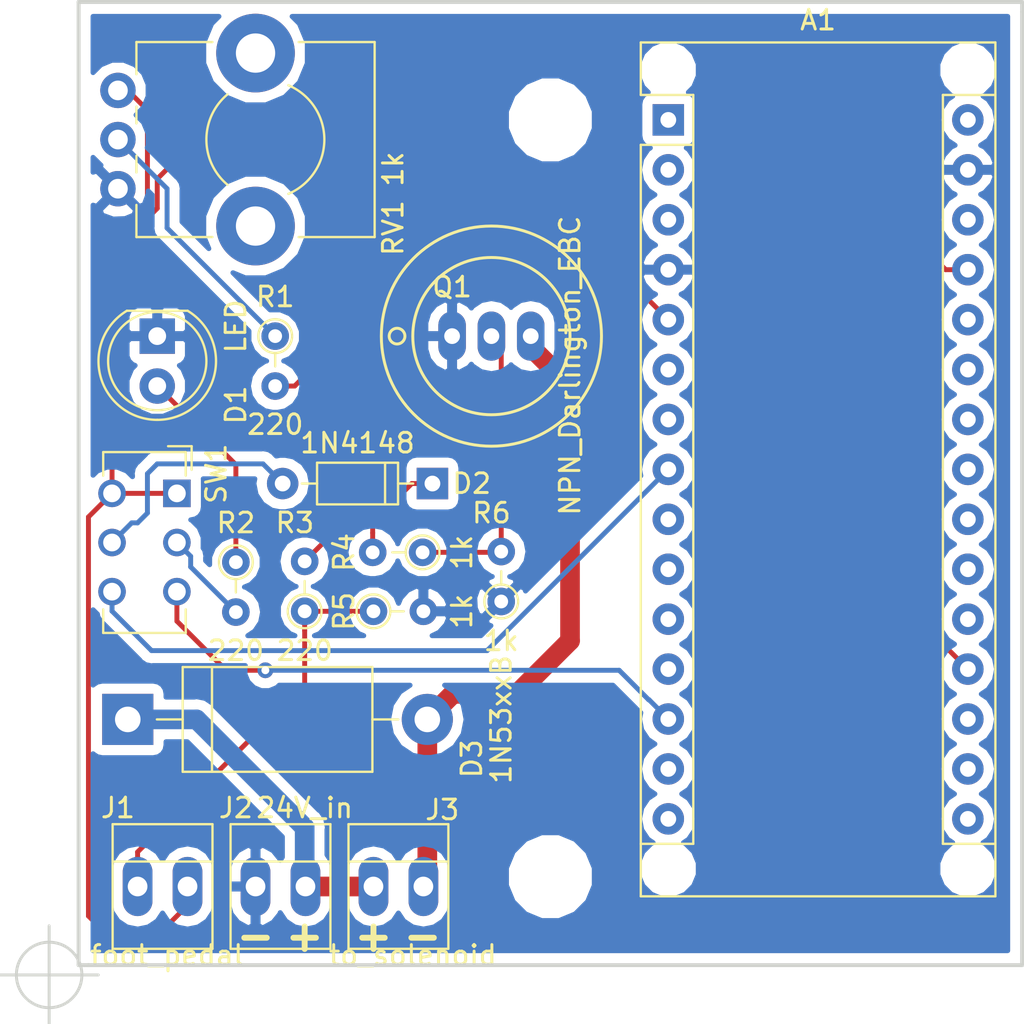
<source format=kicad_pcb>
(kicad_pcb (version 20171130) (host pcbnew "(5.0.0)")

  (general
    (thickness 1.6)
    (drawings 11)
    (tracks 99)
    (zones 0)
    (modules 18)
    (nets 39)
  )

  (page A4)
  (layers
    (0 F.Cu signal hide)
    (31 B.Cu signal)
    (32 B.Adhes user)
    (33 F.Adhes user)
    (34 B.Paste user)
    (35 F.Paste user)
    (36 B.SilkS user)
    (37 F.SilkS user)
    (38 B.Mask user)
    (39 F.Mask user)
    (40 Dwgs.User user)
    (41 Cmts.User user)
    (42 Eco1.User user)
    (43 Eco2.User user)
    (44 Edge.Cuts user)
    (45 Margin user)
    (46 B.CrtYd user)
    (47 F.CrtYd user)
    (48 B.Fab user)
    (49 F.Fab user)
  )

  (setup
    (last_trace_width 0.25)
    (trace_clearance 0.2)
    (zone_clearance 0.508)
    (zone_45_only no)
    (trace_min 0.2)
    (segment_width 0.2)
    (edge_width 0.2)
    (via_size 0.8)
    (via_drill 0.4)
    (via_min_size 0.4)
    (via_min_drill 0.3)
    (uvia_size 0.3)
    (uvia_drill 0.1)
    (uvias_allowed no)
    (uvia_min_size 0.2)
    (uvia_min_drill 0.1)
    (pcb_text_width 0.3)
    (pcb_text_size 1.5 1.5)
    (mod_edge_width 0.15)
    (mod_text_size 1 1)
    (mod_text_width 0.15)
    (pad_size 1.524 1.524)
    (pad_drill 0.762)
    (pad_to_mask_clearance 0.2)
    (aux_axis_origin 81.5 80.5)
    (grid_origin 81.5 130.5)
    (visible_elements 7FFFFFFF)
    (pcbplotparams
      (layerselection 0x010fc_ffffffff)
      (usegerberextensions false)
      (usegerberattributes false)
      (usegerberadvancedattributes false)
      (creategerberjobfile false)
      (excludeedgelayer true)
      (linewidth 0.100000)
      (plotframeref false)
      (viasonmask false)
      (mode 1)
      (useauxorigin false)
      (hpglpennumber 1)
      (hpglpenspeed 20)
      (hpglpendiameter 15.000000)
      (psnegative false)
      (psa4output false)
      (plotreference true)
      (plotvalue true)
      (plotinvisibletext false)
      (padsonsilk false)
      (subtractmaskfromsilk false)
      (outputformat 1)
      (mirror false)
      (drillshape 0)
      (scaleselection 1)
      (outputdirectory "gerber/"))
  )

  (net 0 "")
  (net 1 "Net-(A1-Pad16)")
  (net 2 "Net-(A1-Pad15)")
  (net 3 "Net-(A1-Pad30)")
  (net 4 "Net-(A1-Pad14)")
  (net 5 GNDREF)
  (net 6 "Net-(A1-Pad13)")
  (net 7 "Net-(A1-Pad28)")
  (net 8 "Net-(A1-Pad12)")
  (net 9 "Net-(A1-Pad27)")
  (net 10 "Net-(A1-Pad11)")
  (net 11 "Net-(A1-Pad26)")
  (net 12 "Net-(A1-Pad10)")
  (net 13 "Net-(A1-Pad25)")
  (net 14 "Net-(A1-Pad9)")
  (net 15 "Net-(A1-Pad24)")
  (net 16 "Net-(A1-Pad8)")
  (net 17 "Net-(A1-Pad23)")
  (net 18 "Net-(A1-Pad7)")
  (net 19 "Net-(A1-Pad22)")
  (net 20 "Net-(A1-Pad6)")
  (net 21 "Net-(A1-Pad21)")
  (net 22 "Net-(A1-Pad5)")
  (net 23 "Net-(A1-Pad20)")
  (net 24 "Net-(A1-Pad19)")
  (net 25 "Net-(A1-Pad3)")
  (net 26 "Net-(A1-Pad18)")
  (net 27 "Net-(A1-Pad2)")
  (net 28 "Net-(A1-Pad17)")
  (net 29 "Net-(A1-Pad1)")
  (net 30 "Net-(D1-Pad2)")
  (net 31 "Net-(D2-Pad2)")
  (net 32 "Net-(D2-Pad1)")
  (net 33 "Net-(D3-Pad2)")
  (net 34 +24V)
  (net 35 "Net-(J1-Pad1)")
  (net 36 "Net-(Q1-Pad2)")
  (net 37 "Net-(R1-Pad1)")
  (net 38 "Net-(R2-Pad2)")

  (net_class Default "This is the default net class."
    (clearance 0.2)
    (trace_width 0.25)
    (via_dia 0.8)
    (via_drill 0.4)
    (uvia_dia 0.3)
    (uvia_drill 0.1)
    (add_net GNDREF)
    (add_net "Net-(A1-Pad1)")
    (add_net "Net-(A1-Pad10)")
    (add_net "Net-(A1-Pad11)")
    (add_net "Net-(A1-Pad12)")
    (add_net "Net-(A1-Pad13)")
    (add_net "Net-(A1-Pad14)")
    (add_net "Net-(A1-Pad15)")
    (add_net "Net-(A1-Pad16)")
    (add_net "Net-(A1-Pad17)")
    (add_net "Net-(A1-Pad18)")
    (add_net "Net-(A1-Pad19)")
    (add_net "Net-(A1-Pad2)")
    (add_net "Net-(A1-Pad20)")
    (add_net "Net-(A1-Pad21)")
    (add_net "Net-(A1-Pad22)")
    (add_net "Net-(A1-Pad23)")
    (add_net "Net-(A1-Pad24)")
    (add_net "Net-(A1-Pad25)")
    (add_net "Net-(A1-Pad26)")
    (add_net "Net-(A1-Pad27)")
    (add_net "Net-(A1-Pad28)")
    (add_net "Net-(A1-Pad3)")
    (add_net "Net-(A1-Pad30)")
    (add_net "Net-(A1-Pad5)")
    (add_net "Net-(A1-Pad6)")
    (add_net "Net-(A1-Pad7)")
    (add_net "Net-(A1-Pad8)")
    (add_net "Net-(A1-Pad9)")
    (add_net "Net-(D1-Pad2)")
    (add_net "Net-(D2-Pad1)")
    (add_net "Net-(D2-Pad2)")
    (add_net "Net-(J1-Pad1)")
    (add_net "Net-(Q1-Pad2)")
    (add_net "Net-(R1-Pad1)")
    (add_net "Net-(R2-Pad2)")
  )

  (net_class 24V ""
    (clearance 0.4)
    (trace_width 1)
    (via_dia 0.8)
    (via_drill 0.4)
    (uvia_dia 0.3)
    (uvia_drill 0.1)
    (add_net +24V)
    (add_net "Net-(D3-Pad2)")
  )

  (module Transistors_OldSowjetAera:OldSowjetaera_Transistor_Type-I_BigPads (layer F.Cu) (tedit 5B5B309B) (tstamp 5B59A633)
    (at 104 98)
    (path /5B5A0DDA)
    (fp_text reference Q1 (at -2 -2.5) (layer F.SilkS)
      (effects (font (size 1 1) (thickness 0.15)))
    )
    (fp_text value NPN_Darlington_EBC (at 4 1.5 90) (layer F.SilkS)
      (effects (font (size 1 1) (thickness 0.15)))
    )
    (fp_circle (center 0 0) (end 5.6 0) (layer F.SilkS) (width 0.15))
    (fp_circle (center 0 0) (end 4 0) (layer F.SilkS) (width 0.15))
    (fp_circle (center -4.8 0) (end -4.8 0.4) (layer F.SilkS) (width 0.15))
    (pad 3 thru_hole oval (at 2 0) (size 1.4 2.5) (drill 0.8) (layers *.Cu *.Mask)
      (net 33 "Net-(D3-Pad2)"))
    (pad 1 thru_hole oval (at -2 0) (size 1.4 2.5) (drill 0.8) (layers *.Cu *.Mask)
      (net 5 GNDREF))
    (pad 2 thru_hole oval (at 0 0) (size 1.4 2.5) (drill 0.8) (layers *.Cu *.Mask)
      (net 36 "Net-(Q1-Pad2)"))
    (model Transistors_OldSowjetAera.3dshapes/OldSowjetaera_Transistor_Type-I_BigPads.wrl
      (at (xyz 0 0 0))
      (scale (xyz 0.3937 0.3937 0.3937))
      (rotate (xyz 0 0 0))
    )
  )

  (module Potentiometers:Potentiometer_Alps_RK09K_Horizontal (layer F.Cu) (tedit 5B5B3046) (tstamp 5B59A6A5)
    (at 85 90.5)
    (descr "Potentiometer, horizontally mounted, Omeg PC16PU, Omeg PC16PU, Omeg PC16PU, Vishay/Spectrol 248GJ/249GJ Single, Vishay/Spectrol 248GJ/249GJ Single, Vishay/Spectrol 248GJ/249GJ Single, Vishay/Spectrol 248GH/249GH Single, Vishay/Spectrol 148/149 Single, Vishay/Spectrol 148/149 Single, Vishay/Spectrol 148/149 Single, Vishay/Spectrol 148A/149A Single with mounting plates, Vishay/Spectrol 148/149 Double, Vishay/Spectrol 148A/149A Double with mounting plates, Piher PC-16 Single, Piher PC-16 Single, Piher PC-16 Single, Piher PC-16SV Single, Piher PC-16 Double, Piher PC-16 Triple, Piher T16H Single, Piher T16L Single, Piher T16H Double, Alps RK163 Single, Alps RK163 Double, Alps RK097 Single, Alps RK097 Double, Bourns PTV09A-2 Single with mounting sleve Single, Bourns PTV09A-1 with mounting sleve Single, Bourns PRS11S Single, Alps RK09K Single with mounting sleve Single, Alps RK09K with mounting sleve Single, http://www.alps.com/prod/info/E/HTML/Potentiometer/RotaryPotentiometers/RK09K/RK09D1130C1B.html")
    (tags "Potentiometer horizontal  Omeg PC16PU  Omeg PC16PU  Omeg PC16PU  Vishay/Spectrol 248GJ/249GJ Single  Vishay/Spectrol 248GJ/249GJ Single  Vishay/Spectrol 248GJ/249GJ Single  Vishay/Spectrol 248GH/249GH Single  Vishay/Spectrol 148/149 Single  Vishay/Spectrol 148/149 Single  Vishay/Spectrol 148/149 Single  Vishay/Spectrol 148A/149A Single with mounting plates  Vishay/Spectrol 148/149 Double  Vishay/Spectrol 148A/149A Double with mounting plates  Piher PC-16 Single  Piher PC-16 Single  Piher PC-16 Single  Piher PC-16SV Single  Piher PC-16 Double  Piher PC-16 Triple  Piher T16H Single  Piher T16L Single  Piher T16H Double  Alps RK163 Single  Alps RK163 Double  Alps RK097 Single  Alps RK097 Double  Bourns PTV09A-2 Single with mounting sleve Single  Bourns PTV09A-1 with mounting sleve Single  Bourns PRS11S Single  Alps RK09K Single with mounting sleve Single  Alps RK09K with mounting sleve Single")
    (path /5B59C056)
    (fp_text reference RV1 (at 14 2 90) (layer F.SilkS)
      (effects (font (size 1 1) (thickness 0.15)))
    )
    (fp_text value 1k (at 14 -1 90) (layer F.SilkS)
      (effects (font (size 1 1) (thickness 0.15)))
    )
    (fp_line (start 13.25 -9.15) (end -1.15 -9.15) (layer F.CrtYd) (width 0.05))
    (fp_line (start 13.25 4.15) (end 13.25 -9.15) (layer F.CrtYd) (width 0.05))
    (fp_line (start -1.15 4.15) (end 13.25 4.15) (layer F.CrtYd) (width 0.05))
    (fp_line (start -1.15 -9.15) (end -1.15 4.15) (layer F.CrtYd) (width 0.05))
    (fp_line (start 13.06 -7.461) (end 13.06 2.46) (layer F.SilkS) (width 0.12))
    (fp_line (start 0.94 0.825) (end 0.94 2.46) (layer F.SilkS) (width 0.12))
    (fp_line (start 0.94 -1.675) (end 0.94 -0.825) (layer F.SilkS) (width 0.12))
    (fp_line (start 0.94 -4.175) (end 0.94 -3.325) (layer F.SilkS) (width 0.12))
    (fp_line (start 0.94 -7.461) (end 0.94 -5.825) (layer F.SilkS) (width 0.12))
    (fp_line (start 9.195 2.46) (end 13.06 2.46) (layer F.SilkS) (width 0.12))
    (fp_line (start 0.94 2.46) (end 4.806 2.46) (layer F.SilkS) (width 0.12))
    (fp_line (start 9.195 -7.461) (end 13.06 -7.461) (layer F.SilkS) (width 0.12))
    (fp_line (start 0.94 -7.461) (end 4.806 -7.461) (layer F.SilkS) (width 0.12))
    (fp_line (start 13 -7.4) (end 1 -7.4) (layer F.Fab) (width 0.1))
    (fp_line (start 13 2.4) (end 13 -7.4) (layer F.Fab) (width 0.1))
    (fp_line (start 1 2.4) (end 13 2.4) (layer F.Fab) (width 0.1))
    (fp_line (start 1 -7.4) (end 1 2.4) (layer F.Fab) (width 0.1))
    (fp_circle (center 7.5 -2.5) (end 10.5 -2.5) (layer F.Fab) (width 0.1))
    (fp_circle (center 7.5 -2.5) (end 10.75 -2.5) (layer F.Fab) (width 0.1))
    (fp_arc (start 7.5 -2.5) (end 5.572 -4.798) (angle -100) (layer F.SilkS) (width 0.12))
    (fp_arc (start 7.5 -2.5) (end 8.673 0.262) (angle -134) (layer F.SilkS) (width 0.12))
    (pad 0 np_thru_hole circle (at 7 1.9) (size 4 4) (drill 2) (layers *.Cu *.Mask))
    (pad 0 np_thru_hole circle (at 7 -6.9) (size 4 4) (drill 2) (layers *.Cu *.Mask))
    (pad 1 thru_hole circle (at 0 0) (size 1.8 1.8) (drill 1) (layers *.Cu *.Mask)
      (net 5 GNDREF))
    (pad 2 thru_hole circle (at 0 -2.5) (size 1.8 1.8) (drill 1) (layers *.Cu *.Mask)
      (net 37 "Net-(R1-Pad1)"))
    (pad 3 thru_hole circle (at 0 -5) (size 1.8 1.8) (drill 1) (layers *.Cu *.Mask)
      (net 9 "Net-(A1-Pad27)"))
    (model Potentiometers.3dshapes/Potentiometer_Alps_RK09K_Horizontal.wrl
      (at (xyz 0 0 0))
      (scale (xyz 0.393701 0.393701 0.393701))
      (rotate (xyz 0 0 0))
    )
  )

  (module Buttons_Switches_THT:SW_CuK_JS202011AQN_DPDT_Angled (layer F.Cu) (tedit 5932DADC) (tstamp 5B59A6C8)
    (at 88 106 270)
    (descr "CuK sub miniature slide switch, JS series, DPDT, right angle, http://www.ckswitches.com/media/1422/js.pdf")
    (tags "switch DPDT")
    (path /5B598C6E)
    (fp_text reference SW1 (at -1 -2 270) (layer F.SilkS)
      (effects (font (size 1 1) (thickness 0.15)))
    )
    (fp_text value SW_DPDT_x2 (at 2.25 6.75 270) (layer F.Fab)
      (effects (font (size 1 1) (thickness 0.15)))
    )
    (fp_line (start 0.5 4.25) (end 0.5 6) (layer F.CrtYd) (width 0.05))
    (fp_line (start -1 -0.35) (end 7 -0.35) (layer F.Fab) (width 0.1))
    (fp_line (start 7 -0.35) (end 7 3.65) (layer F.Fab) (width 0.1))
    (fp_line (start 7 3.65) (end -2 3.65) (layer F.Fab) (width 0.1))
    (fp_line (start -2 3.65) (end -2 0.65) (layer F.Fab) (width 0.1))
    (fp_text user %R (at 2.5 1.75 270) (layer F.Fab)
      (effects (font (size 1 1) (thickness 0.15)))
    )
    (fp_line (start -0.9 -0.45) (end -2.1 -0.45) (layer F.SilkS) (width 0.12))
    (fp_line (start -2.1 -0.45) (end -2.1 3.75) (layer F.SilkS) (width 0.12))
    (fp_line (start -2.1 3.75) (end -0.9 3.75) (layer F.SilkS) (width 0.12))
    (fp_line (start 5.9 -0.45) (end 7.1 -0.45) (layer F.SilkS) (width 0.12))
    (fp_line (start 7.1 -0.45) (end 7.1 3.75) (layer F.SilkS) (width 0.12))
    (fp_line (start 7.1 3.75) (end 5.9 3.75) (layer F.SilkS) (width 0.12))
    (fp_line (start -1.2 -0.75) (end -2.4 -0.75) (layer F.SilkS) (width 0.12))
    (fp_line (start -2.4 -0.75) (end -2.4 0.45) (layer F.SilkS) (width 0.12))
    (fp_line (start 0.75 3.65) (end 0.75 5.65) (layer F.Fab) (width 0.1))
    (fp_line (start 0.75 5.65) (end 2.25 5.65) (layer F.Fab) (width 0.1))
    (fp_line (start 2.25 5.65) (end 2.25 3.65) (layer F.Fab) (width 0.1))
    (fp_line (start 4.5 6) (end 4.5 4.25) (layer F.CrtYd) (width 0.05))
    (fp_line (start 4.5 6) (end 0.5 6) (layer F.CrtYd) (width 0.05))
    (fp_line (start 0.5 4.25) (end -2.25 4.25) (layer F.CrtYd) (width 0.05))
    (fp_line (start -2.25 4.25) (end -2.25 -0.95) (layer F.CrtYd) (width 0.05))
    (fp_line (start -2.25 -0.95) (end 7.25 -0.95) (layer F.CrtYd) (width 0.05))
    (fp_line (start 7.25 -0.95) (end 7.25 4.25) (layer F.CrtYd) (width 0.05))
    (fp_line (start 7.25 4.25) (end 4.5 4.25) (layer F.CrtYd) (width 0.05))
    (fp_line (start -1 -0.35) (end -2 0.65) (layer F.Fab) (width 0.1))
    (pad 6 thru_hole circle (at 5 3.3 270) (size 1.4 1.4) (drill 0.9) (layers *.Cu *.Mask)
      (net 16 "Net-(A1-Pad8)"))
    (pad 5 thru_hole circle (at 2.5 3.3 270) (size 1.4 1.4) (drill 0.9) (layers *.Cu *.Mask)
      (net 31 "Net-(D2-Pad2)"))
    (pad 4 thru_hole circle (at 0 3.3 270) (size 1.4 1.4) (drill 0.9) (layers *.Cu *.Mask)
      (net 9 "Net-(A1-Pad27)"))
    (pad 3 thru_hole circle (at 5 0 270) (size 1.4 1.4) (drill 0.9) (layers *.Cu *.Mask)
      (net 6 "Net-(A1-Pad13)"))
    (pad 2 thru_hole circle (at 2.5 0 270) (size 1.4 1.4) (drill 0.9) (layers *.Cu *.Mask)
      (net 38 "Net-(R2-Pad2)"))
    (pad 1 thru_hole rect (at 0 0 270) (size 1.4 1.4) (drill 0.9) (layers *.Cu *.Mask)
      (net 9 "Net-(A1-Pad27)"))
    (model ${KISYS3DMOD}/Buttons_Switches_THT.3dshapes/SW_CuK_JS202011AQN_DPDT_Angled.wrl
      (at (xyz 0 0 0))
      (scale (xyz 1 1 1))
      (rotate (xyz 0 0 0))
    )
  )

  (module Modules:Arduino_Nano_WithMountingHoles (layer F.Cu) (tedit 58ACAF99) (tstamp 5B59A5B8)
    (at 113 87)
    (descr "Arduino Nano, http://www.mouser.com/pdfdocs/Gravitech_Arduino_Nano3_0.pdf")
    (tags "Arduino Nano")
    (path /5B597E17)
    (fp_text reference A1 (at 7.62 -5.08) (layer F.SilkS)
      (effects (font (size 1 1) (thickness 0.15)))
    )
    (fp_text value Arduino_Nano_v3.x (at 8.89 15.24 90) (layer F.Fab)
      (effects (font (size 1 1) (thickness 0.15)))
    )
    (fp_line (start 16.75 42.16) (end -1.53 42.16) (layer F.CrtYd) (width 0.05))
    (fp_line (start 16.75 42.16) (end 16.75 -4.06) (layer F.CrtYd) (width 0.05))
    (fp_line (start -1.53 -4.06) (end -1.53 42.16) (layer F.CrtYd) (width 0.05))
    (fp_line (start -1.53 -4.06) (end 16.75 -4.06) (layer F.CrtYd) (width 0.05))
    (fp_line (start 16.51 -3.81) (end 16.51 39.37) (layer F.Fab) (width 0.1))
    (fp_line (start 0 -3.81) (end 16.51 -3.81) (layer F.Fab) (width 0.1))
    (fp_line (start -1.27 -2.54) (end 0 -3.81) (layer F.Fab) (width 0.1))
    (fp_line (start -1.27 39.37) (end -1.27 -2.54) (layer F.Fab) (width 0.1))
    (fp_line (start 16.51 39.37) (end -1.27 39.37) (layer F.Fab) (width 0.1))
    (fp_line (start 16.64 -3.94) (end -1.4 -3.94) (layer F.SilkS) (width 0.12))
    (fp_line (start 16.64 39.5) (end 16.64 -3.94) (layer F.SilkS) (width 0.12))
    (fp_line (start -1.4 39.5) (end 16.64 39.5) (layer F.SilkS) (width 0.12))
    (fp_line (start 3.81 41.91) (end 3.81 31.75) (layer F.Fab) (width 0.1))
    (fp_line (start 11.43 41.91) (end 3.81 41.91) (layer F.Fab) (width 0.1))
    (fp_line (start 11.43 31.75) (end 11.43 41.91) (layer F.Fab) (width 0.1))
    (fp_line (start 3.81 31.75) (end 11.43 31.75) (layer F.Fab) (width 0.1))
    (fp_line (start 1.27 36.83) (end -1.4 36.83) (layer F.SilkS) (width 0.12))
    (fp_line (start 1.27 1.27) (end 1.27 36.83) (layer F.SilkS) (width 0.12))
    (fp_line (start 1.27 1.27) (end -1.4 1.27) (layer F.SilkS) (width 0.12))
    (fp_line (start 13.97 36.83) (end 16.64 36.83) (layer F.SilkS) (width 0.12))
    (fp_line (start 13.97 -1.27) (end 13.97 36.83) (layer F.SilkS) (width 0.12))
    (fp_line (start 13.97 -1.27) (end 16.64 -1.27) (layer F.SilkS) (width 0.12))
    (fp_line (start -1.4 -3.94) (end -1.4 -1.27) (layer F.SilkS) (width 0.12))
    (fp_line (start -1.4 1.27) (end -1.4 39.5) (layer F.SilkS) (width 0.12))
    (fp_line (start 1.27 -1.27) (end -1.4 -1.27) (layer F.SilkS) (width 0.12))
    (fp_line (start 1.27 1.27) (end 1.27 -1.27) (layer F.SilkS) (width 0.12))
    (fp_text user %R (at 6.35 16.51 90) (layer F.Fab)
      (effects (font (size 1 1) (thickness 0.15)))
    )
    (pad "" np_thru_hole circle (at 0 38.1) (size 1.78 1.78) (drill 1.78) (layers *.Cu *.Mask))
    (pad "" np_thru_hole circle (at 15.24 38.1) (size 1.78 1.78) (drill 1.78) (layers *.Cu *.Mask))
    (pad "" np_thru_hole circle (at 15.24 -2.54) (size 1.78 1.78) (drill 1.78) (layers *.Cu *.Mask))
    (pad "" np_thru_hole circle (at 0 -2.54) (size 1.78 1.78) (drill 1.78) (layers *.Cu *.Mask))
    (pad 16 thru_hole oval (at 15.24 35.56) (size 1.6 1.6) (drill 0.8) (layers *.Cu *.Mask)
      (net 1 "Net-(A1-Pad16)"))
    (pad 15 thru_hole oval (at 0 35.56) (size 1.6 1.6) (drill 0.8) (layers *.Cu *.Mask)
      (net 2 "Net-(A1-Pad15)"))
    (pad 30 thru_hole oval (at 15.24 0) (size 1.6 1.6) (drill 0.8) (layers *.Cu *.Mask)
      (net 3 "Net-(A1-Pad30)"))
    (pad 14 thru_hole oval (at 0 33.02) (size 1.6 1.6) (drill 0.8) (layers *.Cu *.Mask)
      (net 4 "Net-(A1-Pad14)"))
    (pad 29 thru_hole oval (at 15.24 2.54) (size 1.6 1.6) (drill 0.8) (layers *.Cu *.Mask)
      (net 5 GNDREF))
    (pad 13 thru_hole oval (at 0 30.48) (size 1.6 1.6) (drill 0.8) (layers *.Cu *.Mask)
      (net 6 "Net-(A1-Pad13)"))
    (pad 28 thru_hole oval (at 15.24 5.08) (size 1.6 1.6) (drill 0.8) (layers *.Cu *.Mask)
      (net 7 "Net-(A1-Pad28)"))
    (pad 12 thru_hole oval (at 0 27.94) (size 1.6 1.6) (drill 0.8) (layers *.Cu *.Mask)
      (net 8 "Net-(A1-Pad12)"))
    (pad 27 thru_hole oval (at 15.24 7.62) (size 1.6 1.6) (drill 0.8) (layers *.Cu *.Mask)
      (net 9 "Net-(A1-Pad27)"))
    (pad 11 thru_hole oval (at 0 25.4) (size 1.6 1.6) (drill 0.8) (layers *.Cu *.Mask)
      (net 10 "Net-(A1-Pad11)"))
    (pad 26 thru_hole oval (at 15.24 10.16) (size 1.6 1.6) (drill 0.8) (layers *.Cu *.Mask)
      (net 11 "Net-(A1-Pad26)"))
    (pad 10 thru_hole oval (at 0 22.86) (size 1.6 1.6) (drill 0.8) (layers *.Cu *.Mask)
      (net 12 "Net-(A1-Pad10)"))
    (pad 25 thru_hole oval (at 15.24 12.7) (size 1.6 1.6) (drill 0.8) (layers *.Cu *.Mask)
      (net 13 "Net-(A1-Pad25)"))
    (pad 9 thru_hole oval (at 0 20.32) (size 1.6 1.6) (drill 0.8) (layers *.Cu *.Mask)
      (net 14 "Net-(A1-Pad9)"))
    (pad 24 thru_hole oval (at 15.24 15.24) (size 1.6 1.6) (drill 0.8) (layers *.Cu *.Mask)
      (net 15 "Net-(A1-Pad24)"))
    (pad 8 thru_hole oval (at 0 17.78) (size 1.6 1.6) (drill 0.8) (layers *.Cu *.Mask)
      (net 16 "Net-(A1-Pad8)"))
    (pad 23 thru_hole oval (at 15.24 17.78) (size 1.6 1.6) (drill 0.8) (layers *.Cu *.Mask)
      (net 17 "Net-(A1-Pad23)"))
    (pad 7 thru_hole oval (at 0 15.24) (size 1.6 1.6) (drill 0.8) (layers *.Cu *.Mask)
      (net 18 "Net-(A1-Pad7)"))
    (pad 22 thru_hole oval (at 15.24 20.32) (size 1.6 1.6) (drill 0.8) (layers *.Cu *.Mask)
      (net 19 "Net-(A1-Pad22)"))
    (pad 6 thru_hole oval (at 0 12.7) (size 1.6 1.6) (drill 0.8) (layers *.Cu *.Mask)
      (net 20 "Net-(A1-Pad6)"))
    (pad 21 thru_hole oval (at 15.24 22.86) (size 1.6 1.6) (drill 0.8) (layers *.Cu *.Mask)
      (net 21 "Net-(A1-Pad21)"))
    (pad 5 thru_hole oval (at 0 10.16) (size 1.6 1.6) (drill 0.8) (layers *.Cu *.Mask)
      (net 22 "Net-(A1-Pad5)"))
    (pad 20 thru_hole oval (at 15.24 25.4) (size 1.6 1.6) (drill 0.8) (layers *.Cu *.Mask)
      (net 23 "Net-(A1-Pad20)"))
    (pad 4 thru_hole oval (at 0 7.62) (size 1.6 1.6) (drill 0.8) (layers *.Cu *.Mask)
      (net 5 GNDREF))
    (pad 19 thru_hole oval (at 15.24 27.94) (size 1.6 1.6) (drill 0.8) (layers *.Cu *.Mask)
      (net 24 "Net-(A1-Pad19)"))
    (pad 3 thru_hole oval (at 0 5.08) (size 1.6 1.6) (drill 0.8) (layers *.Cu *.Mask)
      (net 25 "Net-(A1-Pad3)"))
    (pad 18 thru_hole oval (at 15.24 30.48) (size 1.6 1.6) (drill 0.8) (layers *.Cu *.Mask)
      (net 26 "Net-(A1-Pad18)"))
    (pad 2 thru_hole oval (at 0 2.54) (size 1.6 1.6) (drill 0.8) (layers *.Cu *.Mask)
      (net 27 "Net-(A1-Pad2)"))
    (pad 17 thru_hole oval (at 15.24 33.02) (size 1.6 1.6) (drill 0.8) (layers *.Cu *.Mask)
      (net 28 "Net-(A1-Pad17)"))
    (pad 1 thru_hole rect (at 0 0) (size 1.6 1.6) (drill 0.8) (layers *.Cu *.Mask)
      (net 29 "Net-(A1-Pad1)"))
  )

  (module LEDs:LED_D5.0mm (layer F.Cu) (tedit 5B5B304B) (tstamp 5B59A5CA)
    (at 87 98 270)
    (descr "LED, diameter 5.0mm, 2 pins, http://cdn-reichelt.de/documents/datenblatt/A500/LL-504BC2E-009.pdf")
    (tags "LED diameter 5.0mm 2 pins")
    (path /5B597FD7)
    (fp_text reference D1 (at 3.5 -4 270) (layer F.SilkS)
      (effects (font (size 1 1) (thickness 0.15)))
    )
    (fp_text value LED (at -0.5 -4 270) (layer F.SilkS)
      (effects (font (size 1 1) (thickness 0.15)))
    )
    (fp_text user %R (at 1.25 0 270) (layer F.Fab)
      (effects (font (size 0.8 0.8) (thickness 0.2)))
    )
    (fp_line (start 4.5 -3.25) (end -1.95 -3.25) (layer F.CrtYd) (width 0.05))
    (fp_line (start 4.5 3.25) (end 4.5 -3.25) (layer F.CrtYd) (width 0.05))
    (fp_line (start -1.95 3.25) (end 4.5 3.25) (layer F.CrtYd) (width 0.05))
    (fp_line (start -1.95 -3.25) (end -1.95 3.25) (layer F.CrtYd) (width 0.05))
    (fp_line (start -1.29 -1.545) (end -1.29 1.545) (layer F.SilkS) (width 0.12))
    (fp_line (start -1.23 -1.469694) (end -1.23 1.469694) (layer F.Fab) (width 0.1))
    (fp_circle (center 1.27 0) (end 3.77 0) (layer F.SilkS) (width 0.12))
    (fp_circle (center 1.27 0) (end 3.77 0) (layer F.Fab) (width 0.1))
    (fp_arc (start 1.27 0) (end -1.29 1.54483) (angle -148.9) (layer F.SilkS) (width 0.12))
    (fp_arc (start 1.27 0) (end -1.29 -1.54483) (angle 148.9) (layer F.SilkS) (width 0.12))
    (fp_arc (start 1.27 0) (end -1.23 -1.469694) (angle 299.1) (layer F.Fab) (width 0.1))
    (pad 2 thru_hole circle (at 2.54 0 270) (size 1.8 1.8) (drill 0.9) (layers *.Cu *.Mask)
      (net 30 "Net-(D1-Pad2)"))
    (pad 1 thru_hole rect (at 0 0 270) (size 1.8 1.8) (drill 0.9) (layers *.Cu *.Mask)
      (net 5 GNDREF))
    (model ${KISYS3DMOD}/LEDs.3dshapes/LED_D5.0mm.wrl
      (at (xyz 0 0 0))
      (scale (xyz 0.393701 0.393701 0.393701))
      (rotate (xyz 0 0 0))
    )
  )

  (module Diodes_THT:D_DO-35_SOD27_P7.62mm_Horizontal (layer F.Cu) (tedit 5B5B30A8) (tstamp 5B59A5E3)
    (at 101 105.5 180)
    (descr "D, DO-35_SOD27 series, Axial, Horizontal, pin pitch=7.62mm, , length*diameter=4*2mm^2, , http://www.diodes.com/_files/packages/DO-35.pdf")
    (tags "D DO-35_SOD27 series Axial Horizontal pin pitch 7.62mm  length 4mm diameter 2mm")
    (path /5B598756)
    (fp_text reference D2 (at -2 0 180) (layer F.SilkS)
      (effects (font (size 1 1) (thickness 0.15)))
    )
    (fp_text value 1N4148 (at 3.81 2.06 180) (layer F.SilkS)
      (effects (font (size 1 1) (thickness 0.15)))
    )
    (fp_text user %R (at 3.81 0 180) (layer F.Fab)
      (effects (font (size 1 1) (thickness 0.15)))
    )
    (fp_line (start 1.81 -1) (end 1.81 1) (layer F.Fab) (width 0.1))
    (fp_line (start 1.81 1) (end 5.81 1) (layer F.Fab) (width 0.1))
    (fp_line (start 5.81 1) (end 5.81 -1) (layer F.Fab) (width 0.1))
    (fp_line (start 5.81 -1) (end 1.81 -1) (layer F.Fab) (width 0.1))
    (fp_line (start 0 0) (end 1.81 0) (layer F.Fab) (width 0.1))
    (fp_line (start 7.62 0) (end 5.81 0) (layer F.Fab) (width 0.1))
    (fp_line (start 2.41 -1) (end 2.41 1) (layer F.Fab) (width 0.1))
    (fp_line (start 1.75 -1.06) (end 1.75 1.06) (layer F.SilkS) (width 0.12))
    (fp_line (start 1.75 1.06) (end 5.87 1.06) (layer F.SilkS) (width 0.12))
    (fp_line (start 5.87 1.06) (end 5.87 -1.06) (layer F.SilkS) (width 0.12))
    (fp_line (start 5.87 -1.06) (end 1.75 -1.06) (layer F.SilkS) (width 0.12))
    (fp_line (start 0.98 0) (end 1.75 0) (layer F.SilkS) (width 0.12))
    (fp_line (start 6.64 0) (end 5.87 0) (layer F.SilkS) (width 0.12))
    (fp_line (start 2.41 -1.06) (end 2.41 1.06) (layer F.SilkS) (width 0.12))
    (fp_line (start -1.05 -1.35) (end -1.05 1.35) (layer F.CrtYd) (width 0.05))
    (fp_line (start -1.05 1.35) (end 8.7 1.35) (layer F.CrtYd) (width 0.05))
    (fp_line (start 8.7 1.35) (end 8.7 -1.35) (layer F.CrtYd) (width 0.05))
    (fp_line (start 8.7 -1.35) (end -1.05 -1.35) (layer F.CrtYd) (width 0.05))
    (pad 1 thru_hole rect (at 0 0 180) (size 1.6 1.6) (drill 0.8) (layers *.Cu *.Mask)
      (net 32 "Net-(D2-Pad1)"))
    (pad 2 thru_hole oval (at 7.62 0 180) (size 1.6 1.6) (drill 0.8) (layers *.Cu *.Mask)
      (net 31 "Net-(D2-Pad2)"))
    (model ${KISYS3DMOD}/Diodes_THT.3dshapes/D_DO-35_SOD27_P7.62mm_Horizontal.wrl
      (at (xyz 0 0 0))
      (scale (xyz 0.393701 0.393701 0.393701))
      (rotate (xyz 0 0 0))
    )
  )

  (module Diodes_THT:D_DO-201_P15.24mm_Horizontal (layer F.Cu) (tedit 5B5B307B) (tstamp 5B59A5FC)
    (at 85.5 117.5)
    (descr "D, DO-201 series, Axial, Horizontal, pin pitch=15.24mm, , length*diameter=9.53*5.21mm^2, , http://www.diodes.com/_files/packages/DO-201.pdf")
    (tags "D DO-201 series Axial Horizontal pin pitch 15.24mm  length 9.53mm diameter 5.21mm")
    (path /5B5A39D3)
    (fp_text reference D3 (at 17.5 2 90) (layer F.SilkS)
      (effects (font (size 1 1) (thickness 0.15)))
    )
    (fp_text value 1N53xxB (at 19 0 90) (layer F.SilkS)
      (effects (font (size 1 1) (thickness 0.15)))
    )
    (fp_line (start 16.8 -2.95) (end -1.55 -2.95) (layer F.CrtYd) (width 0.05))
    (fp_line (start 16.8 2.95) (end 16.8 -2.95) (layer F.CrtYd) (width 0.05))
    (fp_line (start -1.55 2.95) (end 16.8 2.95) (layer F.CrtYd) (width 0.05))
    (fp_line (start -1.55 -2.95) (end -1.55 2.95) (layer F.CrtYd) (width 0.05))
    (fp_line (start 4.2845 -2.665) (end 4.2845 2.665) (layer F.SilkS) (width 0.12))
    (fp_line (start 13.76 0) (end 12.445 0) (layer F.SilkS) (width 0.12))
    (fp_line (start 1.48 0) (end 2.795 0) (layer F.SilkS) (width 0.12))
    (fp_line (start 12.445 -2.665) (end 2.795 -2.665) (layer F.SilkS) (width 0.12))
    (fp_line (start 12.445 2.665) (end 12.445 -2.665) (layer F.SilkS) (width 0.12))
    (fp_line (start 2.795 2.665) (end 12.445 2.665) (layer F.SilkS) (width 0.12))
    (fp_line (start 2.795 -2.665) (end 2.795 2.665) (layer F.SilkS) (width 0.12))
    (fp_line (start 4.2845 -2.605) (end 4.2845 2.605) (layer F.Fab) (width 0.1))
    (fp_line (start 15.24 0) (end 12.385 0) (layer F.Fab) (width 0.1))
    (fp_line (start 0 0) (end 2.855 0) (layer F.Fab) (width 0.1))
    (fp_line (start 12.385 -2.605) (end 2.855 -2.605) (layer F.Fab) (width 0.1))
    (fp_line (start 12.385 2.605) (end 12.385 -2.605) (layer F.Fab) (width 0.1))
    (fp_line (start 2.855 2.605) (end 12.385 2.605) (layer F.Fab) (width 0.1))
    (fp_line (start 2.855 -2.605) (end 2.855 2.605) (layer F.Fab) (width 0.1))
    (fp_text user %R (at 7.62 0) (layer F.Fab)
      (effects (font (size 1 1) (thickness 0.15)))
    )
    (pad 2 thru_hole oval (at 15.24 0) (size 2.6 2.6) (drill 1.3) (layers *.Cu *.Mask)
      (net 33 "Net-(D3-Pad2)"))
    (pad 1 thru_hole rect (at 0 0) (size 2.6 2.6) (drill 1.3) (layers *.Cu *.Mask)
      (net 34 +24V))
    (model ${KISYS3DMOD}/Diodes_THT.3dshapes/D_DO-201_P15.24mm_Horizontal.wrl
      (at (xyz 0 0 0))
      (scale (xyz 0.393701 0.393701 0.393701))
      (rotate (xyz 0 0 0))
    )
  )

  (module Connectors:PINHEAD1-2 (layer F.Cu) (tedit 5B5B3108) (tstamp 5B59A60B)
    (at 86 126)
    (path /5B59E6F8)
    (fp_text reference J1 (at -1 -4) (layer F.SilkS)
      (effects (font (size 1 1) (thickness 0.15)))
    )
    (fp_text value foot_pedal (at 1.5 3.5) (layer F.SilkS)
      (effects (font (size 1 1) (thickness 0.15)))
    )
    (fp_line (start 4.06 3.42) (end -1.52 3.42) (layer F.CrtYd) (width 0.05))
    (fp_line (start 4.06 3.42) (end 4.06 -3.42) (layer F.CrtYd) (width 0.05))
    (fp_line (start -1.52 -3.42) (end -1.52 3.42) (layer F.CrtYd) (width 0.05))
    (fp_line (start -1.52 -3.42) (end 4.06 -3.42) (layer F.CrtYd) (width 0.05))
    (fp_line (start 3.81 -3.17) (end 3.81 3.17) (layer F.SilkS) (width 0.12))
    (fp_line (start -1.27 -3.17) (end -1.27 3.17) (layer F.SilkS) (width 0.12))
    (fp_line (start -1.27 -3.17) (end 3.81 -3.17) (layer F.SilkS) (width 0.12))
    (fp_line (start 3.81 3.17) (end -1.27 3.17) (layer F.SilkS) (width 0.12))
    (fp_line (start 3.81 -1.27) (end -1.27 -1.27) (layer F.SilkS) (width 0.12))
    (pad 2 thru_hole oval (at 2.54 0) (size 1.51 3.01) (drill 1) (layers *.Cu *.Mask)
      (net 9 "Net-(A1-Pad27)"))
    (pad 1 thru_hole oval (at 0 0) (size 1.51 3.01) (drill 1) (layers *.Cu *.Mask)
      (net 35 "Net-(J1-Pad1)"))
  )

  (module Connectors:PINHEAD1-2 (layer F.Cu) (tedit 5B5B30F8) (tstamp 5B59A61A)
    (at 92 126)
    (path /5B5AF380)
    (fp_text reference J2 (at -1 -4) (layer F.SilkS)
      (effects (font (size 1 1) (thickness 0.15)))
    )
    (fp_text value 24V_in (at 2.5 -4) (layer F.SilkS)
      (effects (font (size 1 1) (thickness 0.15)))
    )
    (fp_line (start 4.06 3.42) (end -1.52 3.42) (layer F.CrtYd) (width 0.05))
    (fp_line (start 4.06 3.42) (end 4.06 -3.42) (layer F.CrtYd) (width 0.05))
    (fp_line (start -1.52 -3.42) (end -1.52 3.42) (layer F.CrtYd) (width 0.05))
    (fp_line (start -1.52 -3.42) (end 4.06 -3.42) (layer F.CrtYd) (width 0.05))
    (fp_line (start 3.81 -3.17) (end 3.81 3.17) (layer F.SilkS) (width 0.12))
    (fp_line (start -1.27 -3.17) (end -1.27 3.17) (layer F.SilkS) (width 0.12))
    (fp_line (start -1.27 -3.17) (end 3.81 -3.17) (layer F.SilkS) (width 0.12))
    (fp_line (start 3.81 3.17) (end -1.27 3.17) (layer F.SilkS) (width 0.12))
    (fp_line (start 3.81 -1.27) (end -1.27 -1.27) (layer F.SilkS) (width 0.12))
    (pad 2 thru_hole oval (at 2.54 0) (size 1.51 3.01) (drill 1) (layers *.Cu *.Mask)
      (net 34 +24V))
    (pad 1 thru_hole oval (at 0 0) (size 1.51 3.01) (drill 1) (layers *.Cu *.Mask)
      (net 5 GNDREF))
  )

  (module Connectors:PINHEAD1-2 (layer F.Cu) (tedit 5B5B3103) (tstamp 5B59A629)
    (at 98 126)
    (path /5B5A981B)
    (fp_text reference J3 (at 3.5 -3.9) (layer F.SilkS)
      (effects (font (size 1 1) (thickness 0.15)))
    )
    (fp_text value to_solenoid (at 2 3.5) (layer F.SilkS)
      (effects (font (size 1 1) (thickness 0.15)))
    )
    (fp_line (start 3.81 -1.27) (end -1.27 -1.27) (layer F.SilkS) (width 0.12))
    (fp_line (start 3.81 3.17) (end -1.27 3.17) (layer F.SilkS) (width 0.12))
    (fp_line (start -1.27 -3.17) (end 3.81 -3.17) (layer F.SilkS) (width 0.12))
    (fp_line (start -1.27 -3.17) (end -1.27 3.17) (layer F.SilkS) (width 0.12))
    (fp_line (start 3.81 -3.17) (end 3.81 3.17) (layer F.SilkS) (width 0.12))
    (fp_line (start -1.52 -3.42) (end 4.06 -3.42) (layer F.CrtYd) (width 0.05))
    (fp_line (start -1.52 -3.42) (end -1.52 3.42) (layer F.CrtYd) (width 0.05))
    (fp_line (start 4.06 3.42) (end 4.06 -3.42) (layer F.CrtYd) (width 0.05))
    (fp_line (start 4.06 3.42) (end -1.52 3.42) (layer F.CrtYd) (width 0.05))
    (pad 1 thru_hole oval (at 0 0) (size 1.51 3.01) (drill 1) (layers *.Cu *.Mask)
      (net 34 +24V))
    (pad 2 thru_hole oval (at 2.54 0) (size 1.51 3.01) (drill 1) (layers *.Cu *.Mask)
      (net 33 "Net-(D3-Pad2)"))
  )

  (module Resistors_THT:R_Axial_DIN0204_L3.6mm_D1.6mm_P2.54mm_Vertical (layer F.Cu) (tedit 5B5B30AD) (tstamp 5B59A641)
    (at 93 98 270)
    (descr "Resistor, Axial_DIN0204 series, Axial, Vertical, pin pitch=2.54mm, 0.16666666666666666W = 1/6W, length*diameter=3.6*1.6mm^2, http://cdn-reichelt.de/documents/datenblatt/B400/1_4W%23YAG.pdf")
    (tags "Resistor Axial_DIN0204 series Axial Vertical pin pitch 2.54mm 0.16666666666666666W = 1/6W length 3.6mm diameter 1.6mm")
    (path /5B59B8E2)
    (fp_text reference R1 (at -2 0) (layer F.SilkS)
      (effects (font (size 1 1) (thickness 0.15)))
    )
    (fp_text value 220 (at 4.5 0) (layer F.SilkS)
      (effects (font (size 1 1) (thickness 0.15)))
    )
    (fp_circle (center 0 0) (end 0.8 0) (layer F.Fab) (width 0.1))
    (fp_circle (center 0 0) (end 0.86 0) (layer F.SilkS) (width 0.12))
    (fp_line (start 0 0) (end 2.54 0) (layer F.Fab) (width 0.1))
    (fp_line (start 0.86 0) (end 1.54 0) (layer F.SilkS) (width 0.12))
    (fp_line (start -1.15 -1.15) (end -1.15 1.15) (layer F.CrtYd) (width 0.05))
    (fp_line (start -1.15 1.15) (end 3.55 1.15) (layer F.CrtYd) (width 0.05))
    (fp_line (start 3.55 1.15) (end 3.55 -1.15) (layer F.CrtYd) (width 0.05))
    (fp_line (start 3.55 -1.15) (end -1.15 -1.15) (layer F.CrtYd) (width 0.05))
    (pad 1 thru_hole circle (at 0 0 270) (size 1.4 1.4) (drill 0.7) (layers *.Cu *.Mask)
      (net 37 "Net-(R1-Pad1)"))
    (pad 2 thru_hole oval (at 2.54 0 270) (size 1.4 1.4) (drill 0.7) (layers *.Cu *.Mask)
      (net 24 "Net-(A1-Pad19)"))
    (model ${KISYS3DMOD}/Resistors_THT.3dshapes/R_Axial_DIN0204_L3.6mm_D1.6mm_P2.54mm_Vertical.wrl
      (at (xyz 0 0 0))
      (scale (xyz 0.393701 0.393701 0.393701))
      (rotate (xyz 0 0 0))
    )
  )

  (module Resistors_THT:R_Axial_DIN0204_L3.6mm_D1.6mm_P2.54mm_Vertical (layer F.Cu) (tedit 5B5B3067) (tstamp 5B59A64F)
    (at 91 109.5 270)
    (descr "Resistor, Axial_DIN0204 series, Axial, Vertical, pin pitch=2.54mm, 0.16666666666666666W = 1/6W, length*diameter=3.6*1.6mm^2, http://cdn-reichelt.de/documents/datenblatt/B400/1_4W%23YAG.pdf")
    (tags "Resistor Axial_DIN0204 series Axial Vertical pin pitch 2.54mm 0.16666666666666666W = 1/6W length 3.6mm diameter 1.6mm")
    (path /5B597F7F)
    (fp_text reference R2 (at -2 0) (layer F.SilkS)
      (effects (font (size 1 1) (thickness 0.15)))
    )
    (fp_text value 220 (at 4.5 0) (layer F.SilkS)
      (effects (font (size 1 1) (thickness 0.15)))
    )
    (fp_line (start 3.55 -1.15) (end -1.15 -1.15) (layer F.CrtYd) (width 0.05))
    (fp_line (start 3.55 1.15) (end 3.55 -1.15) (layer F.CrtYd) (width 0.05))
    (fp_line (start -1.15 1.15) (end 3.55 1.15) (layer F.CrtYd) (width 0.05))
    (fp_line (start -1.15 -1.15) (end -1.15 1.15) (layer F.CrtYd) (width 0.05))
    (fp_line (start 0.86 0) (end 1.54 0) (layer F.SilkS) (width 0.12))
    (fp_line (start 0 0) (end 2.54 0) (layer F.Fab) (width 0.1))
    (fp_circle (center 0 0) (end 0.86 0) (layer F.SilkS) (width 0.12))
    (fp_circle (center 0 0) (end 0.8 0) (layer F.Fab) (width 0.1))
    (pad 2 thru_hole oval (at 2.54 0 270) (size 1.4 1.4) (drill 0.7) (layers *.Cu *.Mask)
      (net 38 "Net-(R2-Pad2)"))
    (pad 1 thru_hole circle (at 0 0 270) (size 1.4 1.4) (drill 0.7) (layers *.Cu *.Mask)
      (net 30 "Net-(D1-Pad2)"))
    (model ${KISYS3DMOD}/Resistors_THT.3dshapes/R_Axial_DIN0204_L3.6mm_D1.6mm_P2.54mm_Vertical.wrl
      (at (xyz 0 0 0))
      (scale (xyz 0.393701 0.393701 0.393701))
      (rotate (xyz 0 0 0))
    )
  )

  (module Resistors_THT:R_Axial_DIN0204_L3.6mm_D1.6mm_P2.54mm_Vertical (layer F.Cu) (tedit 5B5B30F2) (tstamp 5B59A65D)
    (at 94.5 112 90)
    (descr "Resistor, Axial_DIN0204 series, Axial, Vertical, pin pitch=2.54mm, 0.16666666666666666W = 1/6W, length*diameter=3.6*1.6mm^2, http://cdn-reichelt.de/documents/datenblatt/B400/1_4W%23YAG.pdf")
    (tags "Resistor Axial_DIN0204 series Axial Vertical pin pitch 2.54mm 0.16666666666666666W = 1/6W length 3.6mm diameter 1.6mm")
    (path /5B59AAD4)
    (fp_text reference R3 (at 4.5 -0.5 180) (layer F.SilkS)
      (effects (font (size 1 1) (thickness 0.15)))
    )
    (fp_text value 220 (at -2 0 180) (layer F.SilkS)
      (effects (font (size 1 1) (thickness 0.15)))
    )
    (fp_line (start 3.55 -1.15) (end -1.15 -1.15) (layer F.CrtYd) (width 0.05))
    (fp_line (start 3.55 1.15) (end 3.55 -1.15) (layer F.CrtYd) (width 0.05))
    (fp_line (start -1.15 1.15) (end 3.55 1.15) (layer F.CrtYd) (width 0.05))
    (fp_line (start -1.15 -1.15) (end -1.15 1.15) (layer F.CrtYd) (width 0.05))
    (fp_line (start 0.86 0) (end 1.54 0) (layer F.SilkS) (width 0.12))
    (fp_line (start 0 0) (end 2.54 0) (layer F.Fab) (width 0.1))
    (fp_circle (center 0 0) (end 0.86 0) (layer F.SilkS) (width 0.12))
    (fp_circle (center 0 0) (end 0.8 0) (layer F.Fab) (width 0.1))
    (pad 2 thru_hole oval (at 2.54 0 90) (size 1.4 1.4) (drill 0.7) (layers *.Cu *.Mask)
      (net 22 "Net-(A1-Pad5)"))
    (pad 1 thru_hole circle (at 0 0 90) (size 1.4 1.4) (drill 0.7) (layers *.Cu *.Mask)
      (net 35 "Net-(J1-Pad1)"))
    (model ${KISYS3DMOD}/Resistors_THT.3dshapes/R_Axial_DIN0204_L3.6mm_D1.6mm_P2.54mm_Vertical.wrl
      (at (xyz 0 0 0))
      (scale (xyz 0.393701 0.393701 0.393701))
      (rotate (xyz 0 0 0))
    )
  )

  (module Resistors_THT:R_Axial_DIN0204_L3.6mm_D1.6mm_P2.54mm_Vertical (layer F.Cu) (tedit 5B5B30DC) (tstamp 5B59A66B)
    (at 100.5 109 180)
    (descr "Resistor, Axial_DIN0204 series, Axial, Vertical, pin pitch=2.54mm, 0.16666666666666666W = 1/6W, length*diameter=3.6*1.6mm^2, http://cdn-reichelt.de/documents/datenblatt/B400/1_4W%23YAG.pdf")
    (tags "Resistor Axial_DIN0204 series Axial Vertical pin pitch 2.54mm 0.16666666666666666W = 1/6W length 3.6mm diameter 1.6mm")
    (path /5B599C75)
    (fp_text reference R4 (at 4 0 270) (layer F.SilkS)
      (effects (font (size 1 1) (thickness 0.15)))
    )
    (fp_text value 1k (at -2 0 270) (layer F.SilkS)
      (effects (font (size 1 1) (thickness 0.15)))
    )
    (fp_line (start 3.55 -1.15) (end -1.15 -1.15) (layer F.CrtYd) (width 0.05))
    (fp_line (start 3.55 1.15) (end 3.55 -1.15) (layer F.CrtYd) (width 0.05))
    (fp_line (start -1.15 1.15) (end 3.55 1.15) (layer F.CrtYd) (width 0.05))
    (fp_line (start -1.15 -1.15) (end -1.15 1.15) (layer F.CrtYd) (width 0.05))
    (fp_line (start 0.86 0) (end 1.54 0) (layer F.SilkS) (width 0.12))
    (fp_line (start 0 0) (end 2.54 0) (layer F.Fab) (width 0.1))
    (fp_circle (center 0 0) (end 0.86 0) (layer F.SilkS) (width 0.12))
    (fp_circle (center 0 0) (end 0.8 0) (layer F.Fab) (width 0.1))
    (pad 2 thru_hole oval (at 2.54 0 180) (size 1.4 1.4) (drill 0.7) (layers *.Cu *.Mask)
      (net 32 "Net-(D2-Pad1)"))
    (pad 1 thru_hole circle (at 0 0 180) (size 1.4 1.4) (drill 0.7) (layers *.Cu *.Mask)
      (net 36 "Net-(Q1-Pad2)"))
    (model ${KISYS3DMOD}/Resistors_THT.3dshapes/R_Axial_DIN0204_L3.6mm_D1.6mm_P2.54mm_Vertical.wrl
      (at (xyz 0 0 0))
      (scale (xyz 0.393701 0.393701 0.393701))
      (rotate (xyz 0 0 0))
    )
  )

  (module Resistors_THT:R_Axial_DIN0204_L3.6mm_D1.6mm_P2.54mm_Vertical (layer F.Cu) (tedit 5B5B30EB) (tstamp 5B59A679)
    (at 98 112)
    (descr "Resistor, Axial_DIN0204 series, Axial, Vertical, pin pitch=2.54mm, 0.16666666666666666W = 1/6W, length*diameter=3.6*1.6mm^2, http://cdn-reichelt.de/documents/datenblatt/B400/1_4W%23YAG.pdf")
    (tags "Resistor Axial_DIN0204 series Axial Vertical pin pitch 2.54mm 0.16666666666666666W = 1/6W length 3.6mm diameter 1.6mm")
    (path /5B59A334)
    (fp_text reference R5 (at -1.5 0 90) (layer F.SilkS)
      (effects (font (size 1 1) (thickness 0.15)))
    )
    (fp_text value 1k (at 4.5 0 90) (layer F.SilkS)
      (effects (font (size 1 1) (thickness 0.15)))
    )
    (fp_circle (center 0 0) (end 0.8 0) (layer F.Fab) (width 0.1))
    (fp_circle (center 0 0) (end 0.86 0) (layer F.SilkS) (width 0.12))
    (fp_line (start 0 0) (end 2.54 0) (layer F.Fab) (width 0.1))
    (fp_line (start 0.86 0) (end 1.54 0) (layer F.SilkS) (width 0.12))
    (fp_line (start -1.15 -1.15) (end -1.15 1.15) (layer F.CrtYd) (width 0.05))
    (fp_line (start -1.15 1.15) (end 3.55 1.15) (layer F.CrtYd) (width 0.05))
    (fp_line (start 3.55 1.15) (end 3.55 -1.15) (layer F.CrtYd) (width 0.05))
    (fp_line (start 3.55 -1.15) (end -1.15 -1.15) (layer F.CrtYd) (width 0.05))
    (pad 1 thru_hole circle (at 0 0) (size 1.4 1.4) (drill 0.7) (layers *.Cu *.Mask)
      (net 35 "Net-(J1-Pad1)"))
    (pad 2 thru_hole oval (at 2.54 0) (size 1.4 1.4) (drill 0.7) (layers *.Cu *.Mask)
      (net 5 GNDREF))
    (model ${KISYS3DMOD}/Resistors_THT.3dshapes/R_Axial_DIN0204_L3.6mm_D1.6mm_P2.54mm_Vertical.wrl
      (at (xyz 0 0 0))
      (scale (xyz 0.393701 0.393701 0.393701))
      (rotate (xyz 0 0 0))
    )
  )

  (module Resistors_THT:R_Axial_DIN0204_L3.6mm_D1.6mm_P2.54mm_Vertical (layer F.Cu) (tedit 5B5B30CD) (tstamp 5B59A687)
    (at 104.5 111.5 90)
    (descr "Resistor, Axial_DIN0204 series, Axial, Vertical, pin pitch=2.54mm, 0.16666666666666666W = 1/6W, length*diameter=3.6*1.6mm^2, http://cdn-reichelt.de/documents/datenblatt/B400/1_4W%23YAG.pdf")
    (tags "Resistor Axial_DIN0204 series Axial Vertical pin pitch 2.54mm 0.16666666666666666W = 1/6W length 3.6mm diameter 1.6mm")
    (path /5B599FD1)
    (fp_text reference R6 (at 4.5 -0.5 180) (layer F.SilkS)
      (effects (font (size 1 1) (thickness 0.15)))
    )
    (fp_text value 1k (at -2 0 180) (layer F.SilkS)
      (effects (font (size 1 1) (thickness 0.15)))
    )
    (fp_line (start 3.55 -1.15) (end -1.15 -1.15) (layer F.CrtYd) (width 0.05))
    (fp_line (start 3.55 1.15) (end 3.55 -1.15) (layer F.CrtYd) (width 0.05))
    (fp_line (start -1.15 1.15) (end 3.55 1.15) (layer F.CrtYd) (width 0.05))
    (fp_line (start -1.15 -1.15) (end -1.15 1.15) (layer F.CrtYd) (width 0.05))
    (fp_line (start 0.86 0) (end 1.54 0) (layer F.SilkS) (width 0.12))
    (fp_line (start 0 0) (end 2.54 0) (layer F.Fab) (width 0.1))
    (fp_circle (center 0 0) (end 0.86 0) (layer F.SilkS) (width 0.12))
    (fp_circle (center 0 0) (end 0.8 0) (layer F.Fab) (width 0.1))
    (pad 2 thru_hole oval (at 2.54 0 90) (size 1.4 1.4) (drill 0.7) (layers *.Cu *.Mask)
      (net 36 "Net-(Q1-Pad2)"))
    (pad 1 thru_hole circle (at 0 0 90) (size 1.4 1.4) (drill 0.7) (layers *.Cu *.Mask)
      (net 5 GNDREF))
    (model ${KISYS3DMOD}/Resistors_THT.3dshapes/R_Axial_DIN0204_L3.6mm_D1.6mm_P2.54mm_Vertical.wrl
      (at (xyz 0 0 0))
      (scale (xyz 0.393701 0.393701 0.393701))
      (rotate (xyz 0 0 0))
    )
  )

  (module Mounting_Holes:MountingHole_3.2mm_M3 (layer F.Cu) (tedit 5B5B300E) (tstamp 5B5B2D58)
    (at 107 125.5)
    (descr "Mounting Hole 3.2mm, no annular, M3")
    (tags "mounting hole 3.2mm no annular m3")
    (attr virtual)
    (fp_text reference "" (at 0 -4.2) (layer F.SilkS) hide
      (effects (font (size 1 1) (thickness 0.15)))
    )
    (fp_text value "" (at 0 4.2) (layer F.Fab)
      (effects (font (size 1 1) (thickness 0.15)))
    )
    (fp_text user %R (at 0 -5.5) (layer F.Fab) hide
      (effects (font (size 1 1) (thickness 0.15)))
    )
    (fp_circle (center 0 0) (end 3.2 0) (layer Cmts.User) (width 0.15))
    (fp_circle (center 0 0) (end 3.45 0) (layer F.CrtYd) (width 0.05))
    (pad 1 np_thru_hole circle (at 0 0) (size 3.2 3.2) (drill 3.2) (layers *.Cu *.Mask))
  )

  (module Mounting_Holes:MountingHole_3.2mm_M3 (layer F.Cu) (tedit 5B5B3027) (tstamp 5B5B2FB8)
    (at 107 87)
    (descr "Mounting Hole 3.2mm, no annular, M3")
    (tags "mounting hole 3.2mm no annular m3")
    (attr virtual)
    (fp_text reference "" (at 0 -4.2) (layer F.SilkS)
      (effects (font (size 1 1) (thickness 0.15)))
    )
    (fp_text value "" (at 0 4.2) (layer F.Fab) hide
      (effects (font (size 1 1) (thickness 0.15)))
    )
    (fp_text user %R (at 0.3 0) (layer F.Fab)
      (effects (font (size 1 1) (thickness 0.15)))
    )
    (fp_circle (center 0 0) (end 3.2 0) (layer Cmts.User) (width 0.15))
    (fp_circle (center 0 0) (end 3.45 0) (layer F.CrtYd) (width 0.05))
    (pad 1 np_thru_hole circle (at 0 0) (size 3.2 3.2) (drill 3.2) (layers *.Cu *.Mask))
  )

  (gr_line (start 83 130) (end 83.5 130) (layer Edge.Cuts) (width 0.2))
  (gr_line (start 83 81) (end 83 130) (layer Edge.Cuts) (width 0.2))
  (gr_line (start 131 81) (end 83 81) (layer Edge.Cuts) (width 0.2))
  (gr_line (start 131 81.5) (end 131 81) (layer Edge.Cuts) (width 0.2))
  (gr_line (start 131 130) (end 131 81.5) (layer Edge.Cuts) (width 0.2))
  (gr_line (start 83.5 130) (end 131 130) (layer Edge.Cuts) (width 0.2))
  (target plus (at 81.5 130.5) (size 5) (width 0.15) (layer Edge.Cuts))
  (gr_text - (at 100.5 128.5) (layer F.SilkS)
    (effects (font (size 1.5 1.5) (thickness 0.3)))
  )
  (gr_text + (at 98 128.5) (layer F.SilkS)
    (effects (font (size 1.5 1.5) (thickness 0.3)))
  )
  (gr_text - (at 92 128.5) (layer F.SilkS)
    (effects (font (size 1.5 1.5) (thickness 0.3)) (justify mirror))
  )
  (gr_text "+\n" (at 94.5 128.5) (layer F.SilkS)
    (effects (font (size 1.5 1.5) (thickness 0.3)) (justify mirror))
  )

  (via (at 92.5 115) (size 0.8) (drill 0.4) (layers F.Cu B.Cu) (net 6))
  (segment (start 92.5 115) (end 90.5 115) (width 0.25) (layer F.Cu) (net 6))
  (segment (start 88 112.5) (end 88 111) (width 0.25) (layer F.Cu) (net 6))
  (segment (start 90.5 115) (end 88 112.5) (width 0.25) (layer F.Cu) (net 6))
  (segment (start 112.02 116.5) (end 113 117.48) (width 0.25) (layer B.Cu) (net 6))
  (segment (start 112 116.5) (end 112.02 116.5) (width 0.25) (layer B.Cu) (net 6))
  (segment (start 92.5 115) (end 110.5 115) (width 0.25) (layer B.Cu) (net 6))
  (segment (start 110.5 115) (end 112 116.5) (width 0.25) (layer B.Cu) (net 6))
  (segment (start 84.7 106) (end 88 106) (width 0.25) (layer F.Cu) (net 9))
  (segment (start 85 85.5) (end 85.5 85.5) (width 0.25) (layer F.Cu) (net 9))
  (segment (start 85.5 85.5) (end 86.5 86.5) (width 0.25) (layer F.Cu) (net 9))
  (segment (start 86.5 86.5) (end 86.5 92) (width 0.25) (layer F.Cu) (net 9))
  (segment (start 84.7 93.8) (end 84.7 106) (width 0.25) (layer F.Cu) (net 9))
  (segment (start 86.5 92) (end 84.7 93.8) (width 0.25) (layer F.Cu) (net 9))
  (segment (start 127.10863 94.62) (end 126.48863 94) (width 0.25) (layer F.Cu) (net 9))
  (segment (start 128.24 94.62) (end 127.10863 94.62) (width 0.25) (layer F.Cu) (net 9))
  (segment (start 126.48863 94) (end 126.48863 93.98863) (width 0.25) (layer F.Cu) (net 9))
  (segment (start 126.48863 93.98863) (end 125.5 93) (width 0.25) (layer F.Cu) (net 9))
  (segment (start 125.5 88.36359) (end 119.13641 82) (width 0.25) (layer F.Cu) (net 9))
  (segment (start 125.5 93) (end 125.5 88.36359) (width 0.25) (layer F.Cu) (net 9))
  (segment (start 119.13641 82) (end 105.5 82) (width 0.25) (layer F.Cu) (net 9))
  (segment (start 88 89) (end 87 90) (width 0.25) (layer F.Cu) (net 9))
  (segment (start 87 90) (end 87 91.5) (width 0.25) (layer F.Cu) (net 9))
  (segment (start 87 91.5) (end 86.5 92) (width 0.25) (layer F.Cu) (net 9))
  (segment (start 88.54 126) (end 88.54 126.75) (width 0.25) (layer F.Cu) (net 9))
  (segment (start 83.5 127.5) (end 83.5 107.2) (width 0.25) (layer F.Cu) (net 9))
  (segment (start 83.5 107.2) (end 84.7 106) (width 0.25) (layer F.Cu) (net 9))
  (segment (start 88.54 126) (end 88.54 126.96) (width 0.25) (layer F.Cu) (net 9))
  (segment (start 88.54 126.96) (end 87 128.5) (width 0.25) (layer F.Cu) (net 9))
  (segment (start 87 128.5) (end 84.5 128.5) (width 0.25) (layer F.Cu) (net 9))
  (segment (start 84.5 128.5) (end 83.5 127.5) (width 0.25) (layer F.Cu) (net 9))
  (segment (start 88 89) (end 90.5 86.5) (width 0.25) (layer F.Cu) (net 9))
  (segment (start 90.5 86.5) (end 92.5 86.5) (width 0.25) (layer F.Cu) (net 9))
  (segment (start 92.5 86.5) (end 93 86.5) (width 0.25) (layer F.Cu) (net 9))
  (segment (start 93 86.5) (end 95.5 84) (width 0.25) (layer F.Cu) (net 9))
  (segment (start 95.5 84) (end 95.5 83) (width 0.25) (layer F.Cu) (net 9))
  (segment (start 95.5 83) (end 96.5 82) (width 0.25) (layer F.Cu) (net 9))
  (segment (start 96.5 82) (end 105.5 82) (width 0.25) (layer F.Cu) (net 9))
  (segment (start 103.78 114) (end 113 104.78) (width 0.25) (layer B.Cu) (net 16))
  (segment (start 86.710051 114) (end 103.78 114) (width 0.25) (layer B.Cu) (net 16))
  (segment (start 84.7 111) (end 84.7 111.989949) (width 0.25) (layer B.Cu) (net 16))
  (segment (start 84.7 111.989949) (end 86.710051 114) (width 0.25) (layer B.Cu) (net 16))
  (segment (start 94.5 109.46) (end 100 103.96) (width 0.25) (layer F.Cu) (net 22))
  (segment (start 100 103.96) (end 100 97) (width 0.25) (layer F.Cu) (net 22))
  (segment (start 100 97) (end 101 96) (width 0.25) (layer F.Cu) (net 22))
  (segment (start 111.84 96) (end 113 97.16) (width 0.25) (layer F.Cu) (net 22))
  (segment (start 101 96) (end 111.84 96) (width 0.25) (layer F.Cu) (net 22))
  (segment (start 125 88.5) (end 125 111.7) (width 0.25) (layer F.Cu) (net 24))
  (segment (start 93 100.54) (end 93.989949 100.54) (width 0.25) (layer F.Cu) (net 24))
  (segment (start 93.989949 100.54) (end 95 99.529949) (width 0.25) (layer F.Cu) (net 24))
  (segment (start 125 111.7) (end 128.24 114.94) (width 0.25) (layer F.Cu) (net 24))
  (segment (start 95 86) (end 98.5 82.5) (width 0.25) (layer F.Cu) (net 24))
  (segment (start 95 99.529949) (end 95 86) (width 0.25) (layer F.Cu) (net 24))
  (segment (start 98.5 82.5) (end 119 82.5) (width 0.25) (layer F.Cu) (net 24))
  (segment (start 119 82.5) (end 125 88.5) (width 0.25) (layer F.Cu) (net 24))
  (segment (start 91 104.54) (end 87 100.54) (width 0.25) (layer F.Cu) (net 30))
  (segment (start 91 109.5) (end 91 104.54) (width 0.25) (layer F.Cu) (net 30))
  (segment (start 84.7 108.5) (end 85.7 107.5) (width 0.25) (layer B.Cu) (net 31))
  (segment (start 85.7 107.5) (end 86 107.5) (width 0.25) (layer B.Cu) (net 31))
  (segment (start 86 107.5) (end 86.5 107) (width 0.25) (layer B.Cu) (net 31))
  (segment (start 86.5 107) (end 86.5 105) (width 0.25) (layer B.Cu) (net 31))
  (segment (start 86.5 105) (end 87 104.5) (width 0.25) (layer B.Cu) (net 31))
  (segment (start 92.38 104.5) (end 93.38 105.5) (width 0.25) (layer B.Cu) (net 31))
  (segment (start 87 104.5) (end 92.38 104.5) (width 0.25) (layer B.Cu) (net 31))
  (segment (start 97.96 108.010051) (end 97.96 109) (width 0.25) (layer F.Cu) (net 32))
  (segment (start 97.96 107.49) (end 97.96 108.010051) (width 0.25) (layer F.Cu) (net 32))
  (segment (start 99.95 105.5) (end 97.96 107.49) (width 0.25) (layer F.Cu) (net 32))
  (segment (start 101 105.5) (end 99.95 105.5) (width 0.25) (layer F.Cu) (net 32))
  (segment (start 106 98) (end 106 98.55) (width 0.25) (layer B.Cu) (net 33))
  (segment (start 100.74 125.8) (end 100.54 126) (width 1) (layer F.Cu) (net 33))
  (segment (start 100.74 117.5) (end 100.74 125.8) (width 1) (layer F.Cu) (net 33))
  (segment (start 106 98.55) (end 106 98) (width 1) (layer F.Cu) (net 33))
  (segment (start 108 100.55) (end 106 98.55) (width 1) (layer F.Cu) (net 33))
  (segment (start 108 113.5) (end 108 100.55) (width 1) (layer F.Cu) (net 33))
  (segment (start 105.299999 116.200001) (end 108 113.5) (width 1) (layer F.Cu) (net 33))
  (segment (start 102.039999 116.200001) (end 105.299999 116.200001) (width 1) (layer F.Cu) (net 33))
  (segment (start 100.74 117.5) (end 102.039999 116.200001) (width 1) (layer F.Cu) (net 33))
  (segment (start 94.54 126) (end 98 126) (width 1) (layer F.Cu) (net 34))
  (segment (start 89 117.5) (end 85.5 117.5) (width 1) (layer B.Cu) (net 34))
  (segment (start 94.5 123) (end 89 117.5) (width 1) (layer B.Cu) (net 34))
  (segment (start 94.5 125.409463) (end 94.5 123) (width 1) (layer B.Cu) (net 34))
  (segment (start 94.54 126) (end 94.54 125.449463) (width 1) (layer B.Cu) (net 34))
  (segment (start 94.54 125.449463) (end 94.5 125.409463) (width 1) (layer B.Cu) (net 34))
  (segment (start 98 112) (end 94.5 112) (width 0.25) (layer F.Cu) (net 35))
  (segment (start 94.5 112.989949) (end 94.5 112) (width 0.25) (layer F.Cu) (net 35))
  (segment (start 94.5 115.745) (end 94.5 112.989949) (width 0.25) (layer F.Cu) (net 35))
  (segment (start 86 124.245) (end 94.5 115.745) (width 0.25) (layer F.Cu) (net 35))
  (segment (start 86 126) (end 86 124.245) (width 0.25) (layer F.Cu) (net 35))
  (segment (start 104.5 98.5) (end 104 98) (width 0.25) (layer B.Cu) (net 36))
  (segment (start 104.46 109) (end 104.5 108.96) (width 0.25) (layer F.Cu) (net 36))
  (segment (start 100.5 109) (end 104.46 109) (width 0.25) (layer F.Cu) (net 36))
  (segment (start 104.5 98.5) (end 104 98) (width 0.25) (layer F.Cu) (net 36))
  (segment (start 104.5 108.96) (end 104.5 98.5) (width 0.25) (layer F.Cu) (net 36))
  (segment (start 87.5 92.5) (end 93 98) (width 0.25) (layer B.Cu) (net 37))
  (segment (start 85 88) (end 87.5 90.5) (width 0.25) (layer B.Cu) (net 37))
  (segment (start 87.5 90.5) (end 87.5 92.5) (width 0.25) (layer B.Cu) (net 37))
  (segment (start 88 108.5) (end 88.699999 109.199999) (width 0.25) (layer B.Cu) (net 38))
  (segment (start 88.699999 109.739999) (end 91 112.04) (width 0.25) (layer B.Cu) (net 38))
  (segment (start 88.699999 109.199999) (end 88.699999 109.739999) (width 0.25) (layer B.Cu) (net 38))

  (zone (net 5) (net_name GNDREF) (layer B.Cu) (tstamp 5B5B34EC) (hatch edge 0.508)
    (connect_pads (clearance 0.508))
    (min_thickness 0.254)
    (fill yes (arc_segments 16) (thermal_gap 0.508) (thermal_bridge_width 0.508))
    (polygon
      (pts
        (xy 83.5 128.5) (xy 83.5 81.5) (xy 131 81.5) (xy 131 130) (xy 83.5 130)
      )
    )
    (filled_polygon
      (pts
        (xy 89.766155 82.107392) (xy 89.365 83.075866) (xy 89.365 84.124134) (xy 89.766155 85.092608) (xy 90.507392 85.833845)
        (xy 91.475866 86.235) (xy 92.524134 86.235) (xy 93.492608 85.833845) (xy 94.233845 85.092608) (xy 94.621527 84.156659)
        (xy 111.475 84.156659) (xy 111.475 84.763341) (xy 111.707167 85.323843) (xy 111.979703 85.596379) (xy 111.952235 85.601843)
        (xy 111.742191 85.742191) (xy 111.601843 85.952235) (xy 111.55256 86.2) (xy 111.55256 87.8) (xy 111.601843 88.047765)
        (xy 111.742191 88.257809) (xy 111.952235 88.398157) (xy 112.086106 88.424785) (xy 111.965423 88.505423) (xy 111.64826 88.980091)
        (xy 111.536887 89.54) (xy 111.64826 90.099909) (xy 111.965423 90.574577) (xy 112.317758 90.81) (xy 111.965423 91.045423)
        (xy 111.64826 91.520091) (xy 111.536887 92.08) (xy 111.64826 92.639909) (xy 111.965423 93.114577) (xy 112.349108 93.370947)
        (xy 112.144866 93.467611) (xy 111.768959 93.882577) (xy 111.608096 94.270961) (xy 111.730085 94.493) (xy 112.873 94.493)
        (xy 112.873 94.473) (xy 113.127 94.473) (xy 113.127 94.493) (xy 114.269915 94.493) (xy 114.391904 94.270961)
        (xy 114.231041 93.882577) (xy 113.855134 93.467611) (xy 113.650892 93.370947) (xy 114.034577 93.114577) (xy 114.35174 92.639909)
        (xy 114.463113 92.08) (xy 114.35174 91.520091) (xy 114.034577 91.045423) (xy 113.682242 90.81) (xy 114.034577 90.574577)
        (xy 114.35174 90.099909) (xy 114.463113 89.54) (xy 114.35174 88.980091) (xy 114.034577 88.505423) (xy 113.913894 88.424785)
        (xy 114.047765 88.398157) (xy 114.257809 88.257809) (xy 114.398157 88.047765) (xy 114.44744 87.8) (xy 114.44744 86.2)
        (xy 114.398157 85.952235) (xy 114.257809 85.742191) (xy 114.047765 85.601843) (xy 114.020297 85.596379) (xy 114.292833 85.323843)
        (xy 114.525 84.763341) (xy 114.525 84.156659) (xy 126.715 84.156659) (xy 126.715 84.763341) (xy 126.947167 85.323843)
        (xy 127.376157 85.752833) (xy 127.467168 85.790531) (xy 127.205423 85.965423) (xy 126.88826 86.440091) (xy 126.776887 87)
        (xy 126.88826 87.559909) (xy 127.205423 88.034577) (xy 127.589108 88.290947) (xy 127.384866 88.387611) (xy 127.008959 88.802577)
        (xy 126.848096 89.190961) (xy 126.970085 89.413) (xy 128.113 89.413) (xy 128.113 89.393) (xy 128.367 89.393)
        (xy 128.367 89.413) (xy 129.509915 89.413) (xy 129.631904 89.190961) (xy 129.471041 88.802577) (xy 129.095134 88.387611)
        (xy 128.890892 88.290947) (xy 129.274577 88.034577) (xy 129.59174 87.559909) (xy 129.703113 87) (xy 129.59174 86.440091)
        (xy 129.274577 85.965423) (xy 129.012832 85.790531) (xy 129.103843 85.752833) (xy 129.532833 85.323843) (xy 129.765 84.763341)
        (xy 129.765 84.156659) (xy 129.532833 83.596157) (xy 129.103843 83.167167) (xy 128.543341 82.935) (xy 127.936659 82.935)
        (xy 127.376157 83.167167) (xy 126.947167 83.596157) (xy 126.715 84.156659) (xy 114.525 84.156659) (xy 114.292833 83.596157)
        (xy 113.863843 83.167167) (xy 113.303341 82.935) (xy 112.696659 82.935) (xy 112.136157 83.167167) (xy 111.707167 83.596157)
        (xy 111.475 84.156659) (xy 94.621527 84.156659) (xy 94.635 84.124134) (xy 94.635 83.075866) (xy 94.233845 82.107392)
        (xy 93.861453 81.735) (xy 130.265001 81.735) (xy 130.265 129.265) (xy 83.735 129.265) (xy 83.735 125.113101)
        (xy 84.61 125.113101) (xy 84.61 126.8869) (xy 84.69065 127.292351) (xy 84.997867 127.752134) (xy 85.45765 128.059351)
        (xy 86 128.167231) (xy 86.542351 128.059351) (xy 87.002134 127.752134) (xy 87.27 127.351243) (xy 87.537867 127.752134)
        (xy 87.99765 128.059351) (xy 88.54 128.167231) (xy 89.082351 128.059351) (xy 89.542134 127.752134) (xy 89.849351 127.292351)
        (xy 89.93 126.8869) (xy 89.93 126.127) (xy 90.61 126.127) (xy 90.61 126.877) (xy 90.764408 127.399263)
        (xy 91.106924 127.822681) (xy 91.585403 128.082793) (xy 91.658029 128.097277) (xy 91.873 127.974683) (xy 91.873 126.127)
        (xy 90.61 126.127) (xy 89.93 126.127) (xy 89.93 125.123) (xy 90.61 125.123) (xy 90.61 125.873)
        (xy 91.873 125.873) (xy 91.873 124.025317) (xy 91.658029 123.902723) (xy 91.585403 123.917207) (xy 91.106924 124.177319)
        (xy 90.764408 124.600737) (xy 90.61 125.123) (xy 89.93 125.123) (xy 89.93 125.1131) (xy 89.849351 124.707649)
        (xy 89.542133 124.247866) (xy 89.08235 123.940649) (xy 88.54 123.832769) (xy 87.997649 123.940649) (xy 87.537866 124.247867)
        (xy 87.27 124.648757) (xy 87.002133 124.247866) (xy 86.54235 123.940649) (xy 86 123.832769) (xy 85.457649 123.940649)
        (xy 84.997866 124.247867) (xy 84.690649 124.70765) (xy 84.61 125.113101) (xy 83.735 125.113101) (xy 83.735 119.247047)
        (xy 83.742191 119.257809) (xy 83.952235 119.398157) (xy 84.2 119.44744) (xy 86.8 119.44744) (xy 87.047765 119.398157)
        (xy 87.257809 119.257809) (xy 87.398157 119.047765) (xy 87.44744 118.8) (xy 87.44744 118.635) (xy 88.529869 118.635)
        (xy 93.365001 123.470134) (xy 93.365 124.506579) (xy 93.255989 124.669726) (xy 93.235592 124.600737) (xy 92.893076 124.177319)
        (xy 92.414597 123.917207) (xy 92.341971 123.902723) (xy 92.127 124.025317) (xy 92.127 125.873) (xy 92.147 125.873)
        (xy 92.147 126.127) (xy 92.127 126.127) (xy 92.127 127.974683) (xy 92.341971 128.097277) (xy 92.414597 128.082793)
        (xy 92.893076 127.822681) (xy 93.235592 127.399263) (xy 93.255989 127.330273) (xy 93.537867 127.752134) (xy 93.99765 128.059351)
        (xy 94.54 128.167231) (xy 95.082351 128.059351) (xy 95.542134 127.752134) (xy 95.849351 127.292351) (xy 95.93 126.8869)
        (xy 95.93 125.113101) (xy 96.61 125.113101) (xy 96.61 126.8869) (xy 96.69065 127.292351) (xy 96.997867 127.752134)
        (xy 97.45765 128.059351) (xy 98 128.167231) (xy 98.542351 128.059351) (xy 99.002134 127.752134) (xy 99.27 127.351243)
        (xy 99.537867 127.752134) (xy 99.99765 128.059351) (xy 100.54 128.167231) (xy 101.082351 128.059351) (xy 101.542134 127.752134)
        (xy 101.849351 127.292351) (xy 101.93 126.8869) (xy 101.93 125.1131) (xy 101.918529 125.055431) (xy 104.765 125.055431)
        (xy 104.765 125.944569) (xy 105.105259 126.766026) (xy 105.733974 127.394741) (xy 106.555431 127.735) (xy 107.444569 127.735)
        (xy 108.266026 127.394741) (xy 108.894741 126.766026) (xy 109.235 125.944569) (xy 109.235 125.055431) (xy 108.894741 124.233974)
        (xy 108.266026 123.605259) (xy 107.444569 123.265) (xy 106.555431 123.265) (xy 105.733974 123.605259) (xy 105.105259 124.233974)
        (xy 104.765 125.055431) (xy 101.918529 125.055431) (xy 101.849351 124.707649) (xy 101.542133 124.247866) (xy 101.08235 123.940649)
        (xy 100.54 123.832769) (xy 99.997649 123.940649) (xy 99.537866 124.247867) (xy 99.27 124.648757) (xy 99.002133 124.247866)
        (xy 98.54235 123.940649) (xy 98 123.832769) (xy 97.457649 123.940649) (xy 96.997866 124.247867) (xy 96.690649 124.70765)
        (xy 96.61 125.113101) (xy 95.93 125.113101) (xy 95.93 125.1131) (xy 95.849351 124.707649) (xy 95.635 124.386851)
        (xy 95.635 123.111783) (xy 95.657235 123) (xy 95.569146 122.557145) (xy 95.381609 122.276476) (xy 95.318289 122.181711)
        (xy 95.223524 122.118391) (xy 89.881613 116.776482) (xy 89.818289 116.681711) (xy 89.442855 116.430854) (xy 89.111783 116.365)
        (xy 89 116.342765) (xy 88.888217 116.365) (xy 87.44744 116.365) (xy 87.44744 116.2) (xy 87.398157 115.952235)
        (xy 87.257809 115.742191) (xy 87.047765 115.601843) (xy 86.8 115.55256) (xy 84.2 115.55256) (xy 83.952235 115.601843)
        (xy 83.742191 115.742191) (xy 83.735 115.752953) (xy 83.735 111.922975) (xy 83.943783 112.131758) (xy 83.954176 112.136063)
        (xy 83.984097 112.286486) (xy 84.015397 112.333329) (xy 84.152072 112.537878) (xy 84.215528 112.580278) (xy 86.119724 114.484476)
        (xy 86.162122 114.547929) (xy 86.225575 114.590327) (xy 86.225577 114.590329) (xy 86.350953 114.674102) (xy 86.413514 114.715904)
        (xy 86.635199 114.76) (xy 86.635203 114.76) (xy 86.71005 114.774888) (xy 86.784897 114.76) (xy 91.479135 114.76)
        (xy 91.465 114.794126) (xy 91.465 115.205874) (xy 91.622569 115.58628) (xy 91.91372 115.877431) (xy 92.294126 116.035)
        (xy 92.705874 116.035) (xy 93.08628 115.877431) (xy 93.203711 115.76) (xy 99.861188 115.76) (xy 99.344943 116.104943)
        (xy 98.917271 116.745001) (xy 98.767092 117.5) (xy 98.917271 118.254999) (xy 99.344943 118.895057) (xy 99.985001 119.322729)
        (xy 100.549424 119.435) (xy 100.930576 119.435) (xy 101.494999 119.322729) (xy 102.135057 118.895057) (xy 102.562729 118.254999)
        (xy 102.712908 117.5) (xy 102.562729 116.745001) (xy 102.135057 116.104943) (xy 101.618812 115.76) (xy 110.185199 115.76)
        (xy 111.409673 116.984476) (xy 111.452071 117.047929) (xy 111.515524 117.090327) (xy 111.515526 117.090329) (xy 111.575804 117.130605)
        (xy 111.601312 117.156113) (xy 111.536887 117.48) (xy 111.64826 118.039909) (xy 111.965423 118.514577) (xy 112.317758 118.75)
        (xy 111.965423 118.985423) (xy 111.64826 119.460091) (xy 111.536887 120.02) (xy 111.64826 120.579909) (xy 111.965423 121.054577)
        (xy 112.317758 121.29) (xy 111.965423 121.525423) (xy 111.64826 122.000091) (xy 111.536887 122.56) (xy 111.64826 123.119909)
        (xy 111.965423 123.594577) (xy 112.227168 123.769469) (xy 112.136157 123.807167) (xy 111.707167 124.236157) (xy 111.475 124.796659)
        (xy 111.475 125.403341) (xy 111.707167 125.963843) (xy 112.136157 126.392833) (xy 112.696659 126.625) (xy 113.303341 126.625)
        (xy 113.863843 126.392833) (xy 114.292833 125.963843) (xy 114.525 125.403341) (xy 114.525 124.796659) (xy 126.715 124.796659)
        (xy 126.715 125.403341) (xy 126.947167 125.963843) (xy 127.376157 126.392833) (xy 127.936659 126.625) (xy 128.543341 126.625)
        (xy 129.103843 126.392833) (xy 129.532833 125.963843) (xy 129.765 125.403341) (xy 129.765 124.796659) (xy 129.532833 124.236157)
        (xy 129.103843 123.807167) (xy 129.012832 123.769469) (xy 129.274577 123.594577) (xy 129.59174 123.119909) (xy 129.703113 122.56)
        (xy 129.59174 122.000091) (xy 129.274577 121.525423) (xy 128.922242 121.29) (xy 129.274577 121.054577) (xy 129.59174 120.579909)
        (xy 129.703113 120.02) (xy 129.59174 119.460091) (xy 129.274577 118.985423) (xy 128.922242 118.75) (xy 129.274577 118.514577)
        (xy 129.59174 118.039909) (xy 129.703113 117.48) (xy 129.59174 116.920091) (xy 129.274577 116.445423) (xy 128.922242 116.21)
        (xy 129.274577 115.974577) (xy 129.59174 115.499909) (xy 129.703113 114.94) (xy 129.59174 114.380091) (xy 129.274577 113.905423)
        (xy 128.922242 113.67) (xy 129.274577 113.434577) (xy 129.59174 112.959909) (xy 129.703113 112.4) (xy 129.59174 111.840091)
        (xy 129.274577 111.365423) (xy 128.922242 111.13) (xy 129.274577 110.894577) (xy 129.59174 110.419909) (xy 129.703113 109.86)
        (xy 129.59174 109.300091) (xy 129.274577 108.825423) (xy 128.922242 108.59) (xy 129.274577 108.354577) (xy 129.59174 107.879909)
        (xy 129.703113 107.32) (xy 129.59174 106.760091) (xy 129.274577 106.285423) (xy 128.922242 106.05) (xy 129.274577 105.814577)
        (xy 129.59174 105.339909) (xy 129.703113 104.78) (xy 129.59174 104.220091) (xy 129.274577 103.745423) (xy 128.922242 103.51)
        (xy 129.274577 103.274577) (xy 129.59174 102.799909) (xy 129.703113 102.24) (xy 129.59174 101.680091) (xy 129.274577 101.205423)
        (xy 128.922242 100.97) (xy 129.274577 100.734577) (xy 129.59174 100.259909) (xy 129.703113 99.7) (xy 129.59174 99.140091)
        (xy 129.274577 98.665423) (xy 128.922242 98.43) (xy 129.274577 98.194577) (xy 129.59174 97.719909) (xy 129.703113 97.16)
        (xy 129.59174 96.600091) (xy 129.274577 96.125423) (xy 128.922242 95.89) (xy 129.274577 95.654577) (xy 129.59174 95.179909)
        (xy 129.703113 94.62) (xy 129.59174 94.060091) (xy 129.274577 93.585423) (xy 128.922242 93.35) (xy 129.274577 93.114577)
        (xy 129.59174 92.639909) (xy 129.703113 92.08) (xy 129.59174 91.520091) (xy 129.274577 91.045423) (xy 128.890892 90.789053)
        (xy 129.095134 90.692389) (xy 129.471041 90.277423) (xy 129.631904 89.889039) (xy 129.509915 89.667) (xy 128.367 89.667)
        (xy 128.367 89.687) (xy 128.113 89.687) (xy 128.113 89.667) (xy 126.970085 89.667) (xy 126.848096 89.889039)
        (xy 127.008959 90.277423) (xy 127.384866 90.692389) (xy 127.589108 90.789053) (xy 127.205423 91.045423) (xy 126.88826 91.520091)
        (xy 126.776887 92.08) (xy 126.88826 92.639909) (xy 127.205423 93.114577) (xy 127.557758 93.35) (xy 127.205423 93.585423)
        (xy 126.88826 94.060091) (xy 126.776887 94.62) (xy 126.88826 95.179909) (xy 127.205423 95.654577) (xy 127.557758 95.89)
        (xy 127.205423 96.125423) (xy 126.88826 96.600091) (xy 126.776887 97.16) (xy 126.88826 97.719909) (xy 127.205423 98.194577)
        (xy 127.557758 98.43) (xy 127.205423 98.665423) (xy 126.88826 99.140091) (xy 126.776887 99.7) (xy 126.88826 100.259909)
        (xy 127.205423 100.734577) (xy 127.557758 100.97) (xy 127.205423 101.205423) (xy 126.88826 101.680091) (xy 126.776887 102.24)
        (xy 126.88826 102.799909) (xy 127.205423 103.274577) (xy 127.557758 103.51) (xy 127.205423 103.745423) (xy 126.88826 104.220091)
        (xy 126.776887 104.78) (xy 126.88826 105.339909) (xy 127.205423 105.814577) (xy 127.557758 106.05) (xy 127.205423 106.285423)
        (xy 126.88826 106.760091) (xy 126.776887 107.32) (xy 126.88826 107.879909) (xy 127.205423 108.354577) (xy 127.557758 108.59)
        (xy 127.205423 108.825423) (xy 126.88826 109.300091) (xy 126.776887 109.86) (xy 126.88826 110.419909) (xy 127.205423 110.894577)
        (xy 127.557758 111.13) (xy 127.205423 111.365423) (xy 126.88826 111.840091) (xy 126.776887 112.4) (xy 126.88826 112.959909)
        (xy 127.205423 113.434577) (xy 127.557758 113.67) (xy 127.205423 113.905423) (xy 126.88826 114.380091) (xy 126.776887 114.94)
        (xy 126.88826 115.499909) (xy 127.205423 115.974577) (xy 127.557758 116.21) (xy 127.205423 116.445423) (xy 126.88826 116.920091)
        (xy 126.776887 117.48) (xy 126.88826 118.039909) (xy 127.205423 118.514577) (xy 127.557758 118.75) (xy 127.205423 118.985423)
        (xy 126.88826 119.460091) (xy 126.776887 120.02) (xy 126.88826 120.579909) (xy 127.205423 121.054577) (xy 127.557758 121.29)
        (xy 127.205423 121.525423) (xy 126.88826 122.000091) (xy 126.776887 122.56) (xy 126.88826 123.119909) (xy 127.205423 123.594577)
        (xy 127.467168 123.769469) (xy 127.376157 123.807167) (xy 126.947167 124.236157) (xy 126.715 124.796659) (xy 114.525 124.796659)
        (xy 114.292833 124.236157) (xy 113.863843 123.807167) (xy 113.772832 123.769469) (xy 114.034577 123.594577) (xy 114.35174 123.119909)
        (xy 114.463113 122.56) (xy 114.35174 122.000091) (xy 114.034577 121.525423) (xy 113.682242 121.29) (xy 114.034577 121.054577)
        (xy 114.35174 120.579909) (xy 114.463113 120.02) (xy 114.35174 119.460091) (xy 114.034577 118.985423) (xy 113.682242 118.75)
        (xy 114.034577 118.514577) (xy 114.35174 118.039909) (xy 114.463113 117.48) (xy 114.35174 116.920091) (xy 114.034577 116.445423)
        (xy 113.682242 116.21) (xy 114.034577 115.974577) (xy 114.35174 115.499909) (xy 114.463113 114.94) (xy 114.35174 114.380091)
        (xy 114.034577 113.905423) (xy 113.682242 113.67) (xy 114.034577 113.434577) (xy 114.35174 112.959909) (xy 114.463113 112.4)
        (xy 114.35174 111.840091) (xy 114.034577 111.365423) (xy 113.682242 111.13) (xy 114.034577 110.894577) (xy 114.35174 110.419909)
        (xy 114.463113 109.86) (xy 114.35174 109.300091) (xy 114.034577 108.825423) (xy 113.682242 108.59) (xy 114.034577 108.354577)
        (xy 114.35174 107.879909) (xy 114.463113 107.32) (xy 114.35174 106.760091) (xy 114.034577 106.285423) (xy 113.682242 106.05)
        (xy 114.034577 105.814577) (xy 114.35174 105.339909) (xy 114.463113 104.78) (xy 114.35174 104.220091) (xy 114.034577 103.745423)
        (xy 113.682242 103.51) (xy 114.034577 103.274577) (xy 114.35174 102.799909) (xy 114.463113 102.24) (xy 114.35174 101.680091)
        (xy 114.034577 101.205423) (xy 113.682242 100.97) (xy 114.034577 100.734577) (xy 114.35174 100.259909) (xy 114.463113 99.7)
        (xy 114.35174 99.140091) (xy 114.034577 98.665423) (xy 113.682242 98.43) (xy 114.034577 98.194577) (xy 114.35174 97.719909)
        (xy 114.463113 97.16) (xy 114.35174 96.600091) (xy 114.034577 96.125423) (xy 113.650892 95.869053) (xy 113.855134 95.772389)
        (xy 114.231041 95.357423) (xy 114.391904 94.969039) (xy 114.269915 94.747) (xy 113.127 94.747) (xy 113.127 94.767)
        (xy 112.873 94.767) (xy 112.873 94.747) (xy 111.730085 94.747) (xy 111.608096 94.969039) (xy 111.768959 95.357423)
        (xy 112.144866 95.772389) (xy 112.349108 95.869053) (xy 111.965423 96.125423) (xy 111.64826 96.600091) (xy 111.536887 97.16)
        (xy 111.64826 97.719909) (xy 111.965423 98.194577) (xy 112.317758 98.43) (xy 111.965423 98.665423) (xy 111.64826 99.140091)
        (xy 111.536887 99.7) (xy 111.64826 100.259909) (xy 111.965423 100.734577) (xy 112.317758 100.97) (xy 111.965423 101.205423)
        (xy 111.64826 101.680091) (xy 111.536887 102.24) (xy 111.64826 102.799909) (xy 111.965423 103.274577) (xy 112.317758 103.51)
        (xy 111.965423 103.745423) (xy 111.64826 104.220091) (xy 111.536887 104.78) (xy 111.601312 105.103886) (xy 105.737818 110.967381)
        (xy 105.671042 110.806169) (xy 105.435275 110.744331) (xy 104.679605 111.5) (xy 104.693748 111.514143) (xy 104.514143 111.693748)
        (xy 104.5 111.679605) (xy 103.744331 112.435275) (xy 103.806169 112.671042) (xy 103.974789 112.73041) (xy 103.465199 113.24)
        (xy 100.982847 113.24) (xy 101.342663 113.066764) (xy 101.689797 112.678396) (xy 101.832716 112.333329) (xy 101.709374 112.127)
        (xy 100.667 112.127) (xy 100.667 112.147) (xy 100.413 112.147) (xy 100.413 112.127) (xy 100.393 112.127)
        (xy 100.393 111.873) (xy 100.413 111.873) (xy 100.413 110.829794) (xy 100.667 110.829794) (xy 100.667 111.873)
        (xy 101.709374 111.873) (xy 101.832716 111.666671) (xy 101.689797 111.321604) (xy 101.676853 111.307122) (xy 103.152581 111.307122)
        (xy 103.181336 111.83744) (xy 103.328958 112.193831) (xy 103.564725 112.255669) (xy 104.320395 111.5) (xy 103.564725 110.744331)
        (xy 103.328958 110.806169) (xy 103.152581 111.307122) (xy 101.676853 111.307122) (xy 101.342663 110.933236) (xy 100.873331 110.707273)
        (xy 100.667 110.829794) (xy 100.413 110.829794) (xy 100.206669 110.707273) (xy 99.737337 110.933236) (xy 99.390203 111.321604)
        (xy 99.277103 111.594676) (xy 99.131758 111.243783) (xy 98.756217 110.868242) (xy 98.265548 110.665) (xy 97.734452 110.665)
        (xy 97.243783 110.868242) (xy 96.868242 111.243783) (xy 96.665 111.734452) (xy 96.665 112.265548) (xy 96.868242 112.756217)
        (xy 97.243783 113.131758) (xy 97.505102 113.24) (xy 94.994898 113.24) (xy 95.256217 113.131758) (xy 95.631758 112.756217)
        (xy 95.835 112.265548) (xy 95.835 111.734452) (xy 95.631758 111.243783) (xy 95.256217 110.868242) (xy 94.934082 110.734809)
        (xy 95.020891 110.717542) (xy 95.462481 110.422481) (xy 95.757542 109.980891) (xy 95.861154 109.46) (xy 95.769655 109)
        (xy 96.598846 109) (xy 96.702458 109.520891) (xy 96.997519 109.962481) (xy 97.439109 110.257542) (xy 97.828515 110.335)
        (xy 98.091485 110.335) (xy 98.480891 110.257542) (xy 98.922481 109.962481) (xy 99.217542 109.520891) (xy 99.234809 109.434082)
        (xy 99.368242 109.756217) (xy 99.743783 110.131758) (xy 100.234452 110.335) (xy 100.765548 110.335) (xy 101.256217 110.131758)
        (xy 101.631758 109.756217) (xy 101.835 109.265548) (xy 101.835 108.96) (xy 103.138846 108.96) (xy 103.242458 109.480891)
        (xy 103.537519 109.922481) (xy 103.979109 110.217542) (xy 104.043993 110.230448) (xy 103.806169 110.328958) (xy 103.744331 110.564725)
        (xy 104.5 111.320395) (xy 105.255669 110.564725) (xy 105.193831 110.328958) (xy 104.92919 110.235782) (xy 105.020891 110.217542)
        (xy 105.462481 109.922481) (xy 105.757542 109.480891) (xy 105.861154 108.96) (xy 105.757542 108.439109) (xy 105.462481 107.997519)
        (xy 105.020891 107.702458) (xy 104.631485 107.625) (xy 104.368515 107.625) (xy 103.979109 107.702458) (xy 103.537519 107.997519)
        (xy 103.242458 108.439109) (xy 103.138846 108.96) (xy 101.835 108.96) (xy 101.835 108.734452) (xy 101.631758 108.243783)
        (xy 101.256217 107.868242) (xy 100.765548 107.665) (xy 100.234452 107.665) (xy 99.743783 107.868242) (xy 99.368242 108.243783)
        (xy 99.234809 108.565918) (xy 99.217542 108.479109) (xy 98.922481 108.037519) (xy 98.480891 107.742458) (xy 98.091485 107.665)
        (xy 97.828515 107.665) (xy 97.439109 107.742458) (xy 96.997519 108.037519) (xy 96.702458 108.479109) (xy 96.598846 109)
        (xy 95.769655 109) (xy 95.757542 108.939109) (xy 95.462481 108.497519) (xy 95.020891 108.202458) (xy 94.631485 108.125)
        (xy 94.368515 108.125) (xy 93.979109 108.202458) (xy 93.537519 108.497519) (xy 93.242458 108.939109) (xy 93.138846 109.46)
        (xy 93.242458 109.980891) (xy 93.537519 110.422481) (xy 93.979109 110.717542) (xy 94.065918 110.734809) (xy 93.743783 110.868242)
        (xy 93.368242 111.243783) (xy 93.165 111.734452) (xy 93.165 112.265548) (xy 93.368242 112.756217) (xy 93.743783 113.131758)
        (xy 94.005102 113.24) (xy 91.607009 113.24) (xy 91.962481 113.002481) (xy 92.257542 112.560891) (xy 92.361154 112.04)
        (xy 92.257542 111.519109) (xy 91.962481 111.077519) (xy 91.520891 110.782458) (xy 91.434082 110.765191) (xy 91.756217 110.631758)
        (xy 92.131758 110.256217) (xy 92.335 109.765548) (xy 92.335 109.234452) (xy 92.131758 108.743783) (xy 91.756217 108.368242)
        (xy 91.265548 108.165) (xy 90.734452 108.165) (xy 90.243783 108.368242) (xy 89.868242 108.743783) (xy 89.665 109.234452)
        (xy 89.665 109.630199) (xy 89.459999 109.425198) (xy 89.459999 109.274845) (xy 89.474887 109.199998) (xy 89.459999 109.125151)
        (xy 89.459999 109.125147) (xy 89.415903 108.903462) (xy 89.330695 108.77594) (xy 89.335 108.765548) (xy 89.335 108.234452)
        (xy 89.131758 107.743783) (xy 88.756217 107.368242) (xy 88.704051 107.346634) (xy 88.947765 107.298157) (xy 89.157809 107.157809)
        (xy 89.298157 106.947765) (xy 89.34744 106.7) (xy 89.34744 105.3) (xy 89.339484 105.26) (xy 91.964626 105.26)
        (xy 91.916887 105.5) (xy 92.02826 106.059909) (xy 92.345423 106.534577) (xy 92.820091 106.85174) (xy 93.238667 106.935)
        (xy 93.521333 106.935) (xy 93.939909 106.85174) (xy 94.414577 106.534577) (xy 94.73174 106.059909) (xy 94.843113 105.5)
        (xy 94.73174 104.940091) (xy 94.571317 104.7) (xy 99.55256 104.7) (xy 99.55256 106.3) (xy 99.601843 106.547765)
        (xy 99.742191 106.757809) (xy 99.952235 106.898157) (xy 100.2 106.94744) (xy 101.8 106.94744) (xy 102.047765 106.898157)
        (xy 102.257809 106.757809) (xy 102.398157 106.547765) (xy 102.44744 106.3) (xy 102.44744 104.7) (xy 102.398157 104.452235)
        (xy 102.257809 104.242191) (xy 102.047765 104.101843) (xy 101.8 104.05256) (xy 100.2 104.05256) (xy 99.952235 104.101843)
        (xy 99.742191 104.242191) (xy 99.601843 104.452235) (xy 99.55256 104.7) (xy 94.571317 104.7) (xy 94.414577 104.465423)
        (xy 93.939909 104.14826) (xy 93.521333 104.065) (xy 93.238667 104.065) (xy 93.056113 104.101312) (xy 92.970331 104.01553)
        (xy 92.927929 103.952071) (xy 92.676537 103.784096) (xy 92.454852 103.74) (xy 92.454847 103.74) (xy 92.38 103.725112)
        (xy 92.305153 103.74) (xy 87.074848 103.74) (xy 87 103.725112) (xy 86.925152 103.74) (xy 86.925148 103.74)
        (xy 86.751605 103.77452) (xy 86.703462 103.784096) (xy 86.516418 103.909076) (xy 86.452071 103.952071) (xy 86.409671 104.015528)
        (xy 86.015527 104.409671) (xy 85.952072 104.452071) (xy 85.909672 104.515527) (xy 85.909671 104.515528) (xy 85.784097 104.703463)
        (xy 85.725112 105) (xy 85.740001 105.074852) (xy 85.740001 105.152026) (xy 85.456217 104.868242) (xy 84.965548 104.665)
        (xy 84.434452 104.665) (xy 83.943783 104.868242) (xy 83.735 105.077025) (xy 83.735 98.28575) (xy 85.465 98.28575)
        (xy 85.465 99.026309) (xy 85.561673 99.259698) (xy 85.740301 99.438327) (xy 85.875044 99.494139) (xy 85.69869 99.670493)
        (xy 85.465 100.23467) (xy 85.465 100.84533) (xy 85.69869 101.409507) (xy 86.130493 101.84131) (xy 86.69467 102.075)
        (xy 87.30533 102.075) (xy 87.869507 101.84131) (xy 88.30131 101.409507) (xy 88.535 100.84533) (xy 88.535 100.23467)
        (xy 88.30131 99.670493) (xy 88.124956 99.494139) (xy 88.259699 99.438327) (xy 88.438327 99.259698) (xy 88.535 99.026309)
        (xy 88.535 98.28575) (xy 88.37625 98.127) (xy 87.127 98.127) (xy 87.127 98.147) (xy 86.873 98.147)
        (xy 86.873 98.127) (xy 85.62375 98.127) (xy 85.465 98.28575) (xy 83.735 98.28575) (xy 83.735 96.973691)
        (xy 85.465 96.973691) (xy 85.465 97.71425) (xy 85.62375 97.873) (xy 86.873 97.873) (xy 86.873 96.62375)
        (xy 87.127 96.62375) (xy 87.127 97.873) (xy 88.37625 97.873) (xy 88.535 97.71425) (xy 88.535 96.973691)
        (xy 88.438327 96.740302) (xy 88.259699 96.561673) (xy 88.02631 96.465) (xy 87.28575 96.465) (xy 87.127 96.62375)
        (xy 86.873 96.62375) (xy 86.71425 96.465) (xy 85.97369 96.465) (xy 85.740301 96.561673) (xy 85.561673 96.740302)
        (xy 85.465 96.973691) (xy 83.735 96.973691) (xy 83.735 91.580159) (xy 84.099446 91.580159) (xy 84.185852 91.836643)
        (xy 84.759336 92.046458) (xy 85.36946 92.020839) (xy 85.814148 91.836643) (xy 85.900554 91.580159) (xy 85 90.679605)
        (xy 84.099446 91.580159) (xy 83.735 91.580159) (xy 83.735 91.338284) (xy 83.919841 91.400554) (xy 84.820395 90.5)
        (xy 83.919841 89.599446) (xy 83.735 89.661716) (xy 83.735 88.905817) (xy 84.130493 89.30131) (xy 84.13829 89.304539)
        (xy 84.099446 89.419841) (xy 85 90.320395) (xy 85.014143 90.306253) (xy 85.193748 90.485858) (xy 85.179605 90.5)
        (xy 86.080159 91.400554) (xy 86.336643 91.314148) (xy 86.546458 90.740664) (xy 86.541224 90.616026) (xy 86.74 90.814802)
        (xy 86.740001 92.425148) (xy 86.725112 92.5) (xy 86.784097 92.796537) (xy 86.869355 92.924134) (xy 86.952072 93.047929)
        (xy 87.015528 93.090329) (xy 91.665 97.739802) (xy 91.665 98.265548) (xy 91.868242 98.756217) (xy 92.243783 99.131758)
        (xy 92.565918 99.265191) (xy 92.479109 99.282458) (xy 92.037519 99.577519) (xy 91.742458 100.019109) (xy 91.638846 100.54)
        (xy 91.742458 101.060891) (xy 92.037519 101.502481) (xy 92.479109 101.797542) (xy 92.868515 101.875) (xy 93.131485 101.875)
        (xy 93.520891 101.797542) (xy 93.962481 101.502481) (xy 94.257542 101.060891) (xy 94.361154 100.54) (xy 94.257542 100.019109)
        (xy 93.962481 99.577519) (xy 93.520891 99.282458) (xy 93.434082 99.265191) (xy 93.756217 99.131758) (xy 94.131758 98.756217)
        (xy 94.335 98.265548) (xy 94.335 98.127) (xy 100.665 98.127) (xy 100.665 98.677) (xy 100.815222 99.178215)
        (xy 101.145815 99.58379) (xy 101.60645 99.83198) (xy 101.666671 99.842716) (xy 101.873 99.719374) (xy 101.873 98.127)
        (xy 100.665 98.127) (xy 94.335 98.127) (xy 94.335 97.734452) (xy 94.164571 97.323) (xy 100.665 97.323)
        (xy 100.665 97.873) (xy 101.873 97.873) (xy 101.873 96.280626) (xy 102.127 96.280626) (xy 102.127 97.873)
        (xy 102.147 97.873) (xy 102.147 98.127) (xy 102.127 98.127) (xy 102.127 99.719374) (xy 102.333329 99.842716)
        (xy 102.39355 99.83198) (xy 102.854185 99.58379) (xy 102.981117 99.428068) (xy 103.03752 99.512481) (xy 103.47911 99.807542)
        (xy 104 99.911154) (xy 104.520891 99.807542) (xy 104.962481 99.512481) (xy 105 99.456329) (xy 105.03752 99.512481)
        (xy 105.47911 99.807542) (xy 106 99.911154) (xy 106.520891 99.807542) (xy 106.962481 99.512481) (xy 107.257542 99.070891)
        (xy 107.335 98.681485) (xy 107.335 97.318515) (xy 107.257542 96.929109) (xy 106.96248 96.487519) (xy 106.52089 96.192458)
        (xy 106 96.088846) (xy 105.479109 96.192458) (xy 105.037519 96.48752) (xy 105 96.543671) (xy 104.96248 96.487519)
        (xy 104.52089 96.192458) (xy 104 96.088846) (xy 103.479109 96.192458) (xy 103.037519 96.48752) (xy 102.981117 96.571932)
        (xy 102.854185 96.41621) (xy 102.39355 96.16802) (xy 102.333329 96.157284) (xy 102.127 96.280626) (xy 101.873 96.280626)
        (xy 101.666671 96.157284) (xy 101.60645 96.16802) (xy 101.145815 96.41621) (xy 100.815222 96.821785) (xy 100.665 97.323)
        (xy 94.164571 97.323) (xy 94.131758 97.243783) (xy 93.756217 96.868242) (xy 93.265548 96.665) (xy 92.739802 96.665)
        (xy 90.850955 94.776153) (xy 91.475866 95.035) (xy 92.524134 95.035) (xy 93.492608 94.633845) (xy 94.233845 93.892608)
        (xy 94.635 92.924134) (xy 94.635 91.875866) (xy 94.233845 90.907392) (xy 93.492608 90.166155) (xy 92.524134 89.765)
        (xy 91.475866 89.765) (xy 90.507392 90.166155) (xy 89.766155 90.907392) (xy 89.365 91.875866) (xy 89.365 92.924134)
        (xy 89.623847 93.549045) (xy 88.26 92.185199) (xy 88.26 90.574847) (xy 88.274888 90.5) (xy 88.26 90.425153)
        (xy 88.26 90.425148) (xy 88.215904 90.203463) (xy 88.047929 89.952071) (xy 87.984473 89.909671) (xy 86.48964 88.414839)
        (xy 86.535 88.30533) (xy 86.535 87.69467) (xy 86.30131 87.130493) (xy 85.920817 86.75) (xy 86.115386 86.555431)
        (xy 104.765 86.555431) (xy 104.765 87.444569) (xy 105.105259 88.266026) (xy 105.733974 88.894741) (xy 106.555431 89.235)
        (xy 107.444569 89.235) (xy 108.266026 88.894741) (xy 108.894741 88.266026) (xy 109.235 87.444569) (xy 109.235 86.555431)
        (xy 108.894741 85.733974) (xy 108.266026 85.105259) (xy 107.444569 84.765) (xy 106.555431 84.765) (xy 105.733974 85.105259)
        (xy 105.105259 85.733974) (xy 104.765 86.555431) (xy 86.115386 86.555431) (xy 86.30131 86.369507) (xy 86.535 85.80533)
        (xy 86.535 85.19467) (xy 86.30131 84.630493) (xy 85.869507 84.19869) (xy 85.30533 83.965) (xy 84.69467 83.965)
        (xy 84.130493 84.19869) (xy 83.735 84.594183) (xy 83.735 81.735) (xy 90.138547 81.735)
      )
    )
  )
)

</source>
